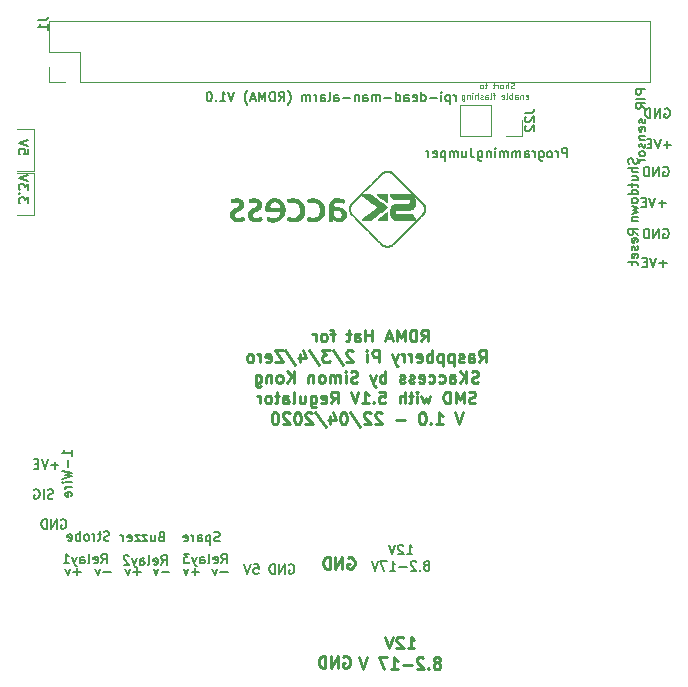
<source format=gbo>
G04 #@! TF.GenerationSoftware,KiCad,Pcbnew,(5.1.5)-3*
G04 #@! TF.CreationDate,2020-04-22T10:50:02+08:00*
G04 #@! TF.ProjectId,RDMA,52444d41-2e6b-4696-9361-645f70636258,1.0*
G04 #@! TF.SameCoordinates,Original*
G04 #@! TF.FileFunction,Legend,Bot*
G04 #@! TF.FilePolarity,Positive*
%FSLAX46Y46*%
G04 Gerber Fmt 4.6, Leading zero omitted, Abs format (unit mm)*
G04 Created by KiCad (PCBNEW (5.1.5)-3) date 2020-04-22 10:50:02*
%MOMM*%
%LPD*%
G04 APERTURE LIST*
%ADD10C,0.200000*%
%ADD11C,0.120000*%
%ADD12C,0.250000*%
%ADD13C,0.125000*%
%ADD14C,0.010000*%
%ADD15C,0.150000*%
G04 APERTURE END LIST*
D10*
X113239357Y-97923309D02*
X113125071Y-97961404D01*
X112934595Y-97961404D01*
X112858404Y-97923309D01*
X112820309Y-97885214D01*
X112782214Y-97809023D01*
X112782214Y-97732833D01*
X112820309Y-97656642D01*
X112858404Y-97618547D01*
X112934595Y-97580452D01*
X113086976Y-97542357D01*
X113163166Y-97504261D01*
X113201261Y-97466166D01*
X113239357Y-97389976D01*
X113239357Y-97313785D01*
X113201261Y-97237595D01*
X113163166Y-97199500D01*
X113086976Y-97161404D01*
X112896500Y-97161404D01*
X112782214Y-97199500D01*
X112439357Y-97428071D02*
X112439357Y-98228071D01*
X112439357Y-97466166D02*
X112363166Y-97428071D01*
X112210785Y-97428071D01*
X112134595Y-97466166D01*
X112096500Y-97504261D01*
X112058404Y-97580452D01*
X112058404Y-97809023D01*
X112096500Y-97885214D01*
X112134595Y-97923309D01*
X112210785Y-97961404D01*
X112363166Y-97961404D01*
X112439357Y-97923309D01*
X111372690Y-97961404D02*
X111372690Y-97542357D01*
X111410785Y-97466166D01*
X111486976Y-97428071D01*
X111639357Y-97428071D01*
X111715547Y-97466166D01*
X111372690Y-97923309D02*
X111448880Y-97961404D01*
X111639357Y-97961404D01*
X111715547Y-97923309D01*
X111753642Y-97847119D01*
X111753642Y-97770928D01*
X111715547Y-97694738D01*
X111639357Y-97656642D01*
X111448880Y-97656642D01*
X111372690Y-97618547D01*
X110991738Y-97961404D02*
X110991738Y-97428071D01*
X110991738Y-97580452D02*
X110953642Y-97504261D01*
X110915547Y-97466166D01*
X110839357Y-97428071D01*
X110763166Y-97428071D01*
X110191738Y-97923309D02*
X110267928Y-97961404D01*
X110420309Y-97961404D01*
X110496500Y-97923309D01*
X110534595Y-97847119D01*
X110534595Y-97542357D01*
X110496500Y-97466166D01*
X110420309Y-97428071D01*
X110267928Y-97428071D01*
X110191738Y-97466166D01*
X110153642Y-97542357D01*
X110153642Y-97618547D01*
X110534595Y-97694738D01*
X108286357Y-97542357D02*
X108172071Y-97580452D01*
X108133976Y-97618547D01*
X108095880Y-97694738D01*
X108095880Y-97809023D01*
X108133976Y-97885214D01*
X108172071Y-97923309D01*
X108248261Y-97961404D01*
X108553023Y-97961404D01*
X108553023Y-97161404D01*
X108286357Y-97161404D01*
X108210166Y-97199500D01*
X108172071Y-97237595D01*
X108133976Y-97313785D01*
X108133976Y-97389976D01*
X108172071Y-97466166D01*
X108210166Y-97504261D01*
X108286357Y-97542357D01*
X108553023Y-97542357D01*
X107410166Y-97428071D02*
X107410166Y-97961404D01*
X107753023Y-97428071D02*
X107753023Y-97847119D01*
X107714928Y-97923309D01*
X107638738Y-97961404D01*
X107524452Y-97961404D01*
X107448261Y-97923309D01*
X107410166Y-97885214D01*
X107105404Y-97428071D02*
X106686357Y-97428071D01*
X107105404Y-97961404D01*
X106686357Y-97961404D01*
X106457785Y-97428071D02*
X106038738Y-97428071D01*
X106457785Y-97961404D01*
X106038738Y-97961404D01*
X105429214Y-97923309D02*
X105505404Y-97961404D01*
X105657785Y-97961404D01*
X105733976Y-97923309D01*
X105772071Y-97847119D01*
X105772071Y-97542357D01*
X105733976Y-97466166D01*
X105657785Y-97428071D01*
X105505404Y-97428071D01*
X105429214Y-97466166D01*
X105391119Y-97542357D01*
X105391119Y-97618547D01*
X105772071Y-97694738D01*
X105048261Y-97961404D02*
X105048261Y-97428071D01*
X105048261Y-97580452D02*
X105010166Y-97504261D01*
X104972071Y-97466166D01*
X104895880Y-97428071D01*
X104819690Y-97428071D01*
X103879428Y-97859809D02*
X103765142Y-97897904D01*
X103574666Y-97897904D01*
X103498476Y-97859809D01*
X103460380Y-97821714D01*
X103422285Y-97745523D01*
X103422285Y-97669333D01*
X103460380Y-97593142D01*
X103498476Y-97555047D01*
X103574666Y-97516952D01*
X103727047Y-97478857D01*
X103803238Y-97440761D01*
X103841333Y-97402666D01*
X103879428Y-97326476D01*
X103879428Y-97250285D01*
X103841333Y-97174095D01*
X103803238Y-97136000D01*
X103727047Y-97097904D01*
X103536571Y-97097904D01*
X103422285Y-97136000D01*
X103193714Y-97364571D02*
X102888952Y-97364571D01*
X103079428Y-97097904D02*
X103079428Y-97783619D01*
X103041333Y-97859809D01*
X102965142Y-97897904D01*
X102888952Y-97897904D01*
X102622285Y-97897904D02*
X102622285Y-97364571D01*
X102622285Y-97516952D02*
X102584190Y-97440761D01*
X102546095Y-97402666D01*
X102469904Y-97364571D01*
X102393714Y-97364571D01*
X102012761Y-97897904D02*
X102088952Y-97859809D01*
X102127047Y-97821714D01*
X102165142Y-97745523D01*
X102165142Y-97516952D01*
X102127047Y-97440761D01*
X102088952Y-97402666D01*
X102012761Y-97364571D01*
X101898476Y-97364571D01*
X101822285Y-97402666D01*
X101784190Y-97440761D01*
X101746095Y-97516952D01*
X101746095Y-97745523D01*
X101784190Y-97821714D01*
X101822285Y-97859809D01*
X101898476Y-97897904D01*
X102012761Y-97897904D01*
X101403238Y-97897904D02*
X101403238Y-97097904D01*
X101403238Y-97402666D02*
X101327047Y-97364571D01*
X101174666Y-97364571D01*
X101098476Y-97402666D01*
X101060380Y-97440761D01*
X101022285Y-97516952D01*
X101022285Y-97745523D01*
X101060380Y-97821714D01*
X101098476Y-97859809D01*
X101174666Y-97897904D01*
X101327047Y-97897904D01*
X101403238Y-97859809D01*
X100374666Y-97859809D02*
X100450857Y-97897904D01*
X100603238Y-97897904D01*
X100679428Y-97859809D01*
X100717523Y-97783619D01*
X100717523Y-97478857D01*
X100679428Y-97402666D01*
X100603238Y-97364571D01*
X100450857Y-97364571D01*
X100374666Y-97402666D01*
X100336571Y-97478857D01*
X100336571Y-97555047D01*
X100717523Y-97631238D01*
D11*
X97472500Y-70294500D02*
X96075500Y-70294500D01*
X96075500Y-66738500D02*
X97472500Y-66738500D01*
X97472500Y-66738500D02*
X97472500Y-70294500D01*
X96075500Y-63055500D02*
X97472500Y-63055500D01*
X97472500Y-63055500D02*
X97472500Y-66611500D01*
X97472500Y-66611500D02*
X96075500Y-66611500D01*
D10*
X97021595Y-64731880D02*
X97021595Y-65112833D01*
X96640642Y-65150928D01*
X96678738Y-65112833D01*
X96716833Y-65036642D01*
X96716833Y-64846166D01*
X96678738Y-64769976D01*
X96640642Y-64731880D01*
X96564452Y-64693785D01*
X96373976Y-64693785D01*
X96297785Y-64731880D01*
X96259690Y-64769976D01*
X96221595Y-64846166D01*
X96221595Y-65036642D01*
X96259690Y-65112833D01*
X96297785Y-65150928D01*
X97021595Y-64465214D02*
X96221595Y-64198547D01*
X97021595Y-63931880D01*
X97021595Y-69316452D02*
X97021595Y-68821214D01*
X96716833Y-69087880D01*
X96716833Y-68973595D01*
X96678738Y-68897404D01*
X96640642Y-68859309D01*
X96564452Y-68821214D01*
X96373976Y-68821214D01*
X96297785Y-68859309D01*
X96259690Y-68897404D01*
X96221595Y-68973595D01*
X96221595Y-69202166D01*
X96259690Y-69278357D01*
X96297785Y-69316452D01*
X96297785Y-68478357D02*
X96259690Y-68440261D01*
X96221595Y-68478357D01*
X96259690Y-68516452D01*
X96297785Y-68478357D01*
X96221595Y-68478357D01*
X97021595Y-68173595D02*
X97021595Y-67678357D01*
X96716833Y-67945023D01*
X96716833Y-67830738D01*
X96678738Y-67754547D01*
X96640642Y-67716452D01*
X96564452Y-67678357D01*
X96373976Y-67678357D01*
X96297785Y-67716452D01*
X96259690Y-67754547D01*
X96221595Y-67830738D01*
X96221595Y-68059309D01*
X96259690Y-68135500D01*
X96297785Y-68173595D01*
X97021595Y-67449785D02*
X96221595Y-67183119D01*
X97021595Y-66916452D01*
X149269404Y-59671333D02*
X148469404Y-59671333D01*
X148469404Y-59976095D01*
X148507500Y-60052285D01*
X148545595Y-60090380D01*
X148621785Y-60128476D01*
X148736071Y-60128476D01*
X148812261Y-60090380D01*
X148850357Y-60052285D01*
X148888452Y-59976095D01*
X148888452Y-59671333D01*
X149269404Y-60471333D02*
X148469404Y-60471333D01*
X149269404Y-61309428D02*
X148888452Y-61042761D01*
X149269404Y-60852285D02*
X148469404Y-60852285D01*
X148469404Y-61157047D01*
X148507500Y-61233238D01*
X148545595Y-61271333D01*
X148621785Y-61309428D01*
X148736071Y-61309428D01*
X148812261Y-61271333D01*
X148850357Y-61233238D01*
X148888452Y-61157047D01*
X148888452Y-60852285D01*
X149231309Y-62223714D02*
X149269404Y-62299904D01*
X149269404Y-62452285D01*
X149231309Y-62528476D01*
X149155119Y-62566571D01*
X149117023Y-62566571D01*
X149040833Y-62528476D01*
X149002738Y-62452285D01*
X149002738Y-62338000D01*
X148964642Y-62261809D01*
X148888452Y-62223714D01*
X148850357Y-62223714D01*
X148774166Y-62261809D01*
X148736071Y-62338000D01*
X148736071Y-62452285D01*
X148774166Y-62528476D01*
X149231309Y-63214190D02*
X149269404Y-63138000D01*
X149269404Y-62985619D01*
X149231309Y-62909428D01*
X149155119Y-62871333D01*
X148850357Y-62871333D01*
X148774166Y-62909428D01*
X148736071Y-62985619D01*
X148736071Y-63138000D01*
X148774166Y-63214190D01*
X148850357Y-63252285D01*
X148926547Y-63252285D01*
X149002738Y-62871333D01*
X148736071Y-63595142D02*
X149269404Y-63595142D01*
X148812261Y-63595142D02*
X148774166Y-63633238D01*
X148736071Y-63709428D01*
X148736071Y-63823714D01*
X148774166Y-63899904D01*
X148850357Y-63938000D01*
X149269404Y-63938000D01*
X149231309Y-64280857D02*
X149269404Y-64357047D01*
X149269404Y-64509428D01*
X149231309Y-64585619D01*
X149155119Y-64623714D01*
X149117023Y-64623714D01*
X149040833Y-64585619D01*
X149002738Y-64509428D01*
X149002738Y-64395142D01*
X148964642Y-64318952D01*
X148888452Y-64280857D01*
X148850357Y-64280857D01*
X148774166Y-64318952D01*
X148736071Y-64395142D01*
X148736071Y-64509428D01*
X148774166Y-64585619D01*
X149269404Y-65080857D02*
X149231309Y-65004666D01*
X149193214Y-64966571D01*
X149117023Y-64928476D01*
X148888452Y-64928476D01*
X148812261Y-64966571D01*
X148774166Y-65004666D01*
X148736071Y-65080857D01*
X148736071Y-65195142D01*
X148774166Y-65271333D01*
X148812261Y-65309428D01*
X148888452Y-65347523D01*
X149117023Y-65347523D01*
X149193214Y-65309428D01*
X149231309Y-65271333D01*
X149269404Y-65195142D01*
X149269404Y-65080857D01*
X149269404Y-65690380D02*
X148736071Y-65690380D01*
X148888452Y-65690380D02*
X148812261Y-65728476D01*
X148774166Y-65766571D01*
X148736071Y-65842761D01*
X148736071Y-65918952D01*
X113366380Y-99802904D02*
X113633047Y-99421952D01*
X113823523Y-99802904D02*
X113823523Y-99002904D01*
X113518761Y-99002904D01*
X113442571Y-99041000D01*
X113404476Y-99079095D01*
X113366380Y-99155285D01*
X113366380Y-99269571D01*
X113404476Y-99345761D01*
X113442571Y-99383857D01*
X113518761Y-99421952D01*
X113823523Y-99421952D01*
X112718761Y-99764809D02*
X112794952Y-99802904D01*
X112947333Y-99802904D01*
X113023523Y-99764809D01*
X113061619Y-99688619D01*
X113061619Y-99383857D01*
X113023523Y-99307666D01*
X112947333Y-99269571D01*
X112794952Y-99269571D01*
X112718761Y-99307666D01*
X112680666Y-99383857D01*
X112680666Y-99460047D01*
X113061619Y-99536238D01*
X112223523Y-99802904D02*
X112299714Y-99764809D01*
X112337809Y-99688619D01*
X112337809Y-99002904D01*
X111575904Y-99802904D02*
X111575904Y-99383857D01*
X111614000Y-99307666D01*
X111690190Y-99269571D01*
X111842571Y-99269571D01*
X111918761Y-99307666D01*
X111575904Y-99764809D02*
X111652095Y-99802904D01*
X111842571Y-99802904D01*
X111918761Y-99764809D01*
X111956857Y-99688619D01*
X111956857Y-99612428D01*
X111918761Y-99536238D01*
X111842571Y-99498142D01*
X111652095Y-99498142D01*
X111575904Y-99460047D01*
X111271142Y-99269571D02*
X111080666Y-99802904D01*
X110890190Y-99269571D02*
X111080666Y-99802904D01*
X111156857Y-99993380D01*
X111194952Y-100031476D01*
X111271142Y-100069571D01*
X110661619Y-99002904D02*
X110166380Y-99002904D01*
X110433047Y-99307666D01*
X110318761Y-99307666D01*
X110242571Y-99345761D01*
X110204476Y-99383857D01*
X110166380Y-99460047D01*
X110166380Y-99650523D01*
X110204476Y-99726714D01*
X110242571Y-99764809D01*
X110318761Y-99802904D01*
X110547333Y-99802904D01*
X110623523Y-99764809D01*
X110661619Y-99726714D01*
X133215333Y-60686904D02*
X133215333Y-60153571D01*
X133215333Y-60305952D02*
X133177238Y-60229761D01*
X133139142Y-60191666D01*
X133062952Y-60153571D01*
X132986761Y-60153571D01*
X132720095Y-60153571D02*
X132720095Y-60953571D01*
X132720095Y-60191666D02*
X132643904Y-60153571D01*
X132491523Y-60153571D01*
X132415333Y-60191666D01*
X132377238Y-60229761D01*
X132339142Y-60305952D01*
X132339142Y-60534523D01*
X132377238Y-60610714D01*
X132415333Y-60648809D01*
X132491523Y-60686904D01*
X132643904Y-60686904D01*
X132720095Y-60648809D01*
X131996285Y-60686904D02*
X131996285Y-60153571D01*
X131996285Y-59886904D02*
X132034380Y-59925000D01*
X131996285Y-59963095D01*
X131958190Y-59925000D01*
X131996285Y-59886904D01*
X131996285Y-59963095D01*
X131615333Y-60382142D02*
X131005809Y-60382142D01*
X130282000Y-60686904D02*
X130282000Y-59886904D01*
X130282000Y-60648809D02*
X130358190Y-60686904D01*
X130510571Y-60686904D01*
X130586761Y-60648809D01*
X130624857Y-60610714D01*
X130662952Y-60534523D01*
X130662952Y-60305952D01*
X130624857Y-60229761D01*
X130586761Y-60191666D01*
X130510571Y-60153571D01*
X130358190Y-60153571D01*
X130282000Y-60191666D01*
X129596285Y-60648809D02*
X129672476Y-60686904D01*
X129824857Y-60686904D01*
X129901047Y-60648809D01*
X129939142Y-60572619D01*
X129939142Y-60267857D01*
X129901047Y-60191666D01*
X129824857Y-60153571D01*
X129672476Y-60153571D01*
X129596285Y-60191666D01*
X129558190Y-60267857D01*
X129558190Y-60344047D01*
X129939142Y-60420238D01*
X128872476Y-60686904D02*
X128872476Y-60267857D01*
X128910571Y-60191666D01*
X128986761Y-60153571D01*
X129139142Y-60153571D01*
X129215333Y-60191666D01*
X128872476Y-60648809D02*
X128948666Y-60686904D01*
X129139142Y-60686904D01*
X129215333Y-60648809D01*
X129253428Y-60572619D01*
X129253428Y-60496428D01*
X129215333Y-60420238D01*
X129139142Y-60382142D01*
X128948666Y-60382142D01*
X128872476Y-60344047D01*
X128148666Y-60686904D02*
X128148666Y-59886904D01*
X128148666Y-60648809D02*
X128224857Y-60686904D01*
X128377238Y-60686904D01*
X128453428Y-60648809D01*
X128491523Y-60610714D01*
X128529619Y-60534523D01*
X128529619Y-60305952D01*
X128491523Y-60229761D01*
X128453428Y-60191666D01*
X128377238Y-60153571D01*
X128224857Y-60153571D01*
X128148666Y-60191666D01*
X127767714Y-60382142D02*
X127158190Y-60382142D01*
X126777238Y-60686904D02*
X126777238Y-60153571D01*
X126777238Y-60229761D02*
X126739142Y-60191666D01*
X126662952Y-60153571D01*
X126548666Y-60153571D01*
X126472476Y-60191666D01*
X126434380Y-60267857D01*
X126434380Y-60686904D01*
X126434380Y-60267857D02*
X126396285Y-60191666D01*
X126320095Y-60153571D01*
X126205809Y-60153571D01*
X126129619Y-60191666D01*
X126091523Y-60267857D01*
X126091523Y-60686904D01*
X125367714Y-60686904D02*
X125367714Y-60267857D01*
X125405809Y-60191666D01*
X125482000Y-60153571D01*
X125634380Y-60153571D01*
X125710571Y-60191666D01*
X125367714Y-60648809D02*
X125443904Y-60686904D01*
X125634380Y-60686904D01*
X125710571Y-60648809D01*
X125748666Y-60572619D01*
X125748666Y-60496428D01*
X125710571Y-60420238D01*
X125634380Y-60382142D01*
X125443904Y-60382142D01*
X125367714Y-60344047D01*
X124986761Y-60153571D02*
X124986761Y-60686904D01*
X124986761Y-60229761D02*
X124948666Y-60191666D01*
X124872476Y-60153571D01*
X124758190Y-60153571D01*
X124682000Y-60191666D01*
X124643904Y-60267857D01*
X124643904Y-60686904D01*
X124262952Y-60382142D02*
X123653428Y-60382142D01*
X122929619Y-60686904D02*
X122929619Y-60267857D01*
X122967714Y-60191666D01*
X123043904Y-60153571D01*
X123196285Y-60153571D01*
X123272476Y-60191666D01*
X122929619Y-60648809D02*
X123005809Y-60686904D01*
X123196285Y-60686904D01*
X123272476Y-60648809D01*
X123310571Y-60572619D01*
X123310571Y-60496428D01*
X123272476Y-60420238D01*
X123196285Y-60382142D01*
X123005809Y-60382142D01*
X122929619Y-60344047D01*
X122434380Y-60686904D02*
X122510571Y-60648809D01*
X122548666Y-60572619D01*
X122548666Y-59886904D01*
X121786761Y-60686904D02*
X121786761Y-60267857D01*
X121824857Y-60191666D01*
X121901047Y-60153571D01*
X122053428Y-60153571D01*
X122129619Y-60191666D01*
X121786761Y-60648809D02*
X121862952Y-60686904D01*
X122053428Y-60686904D01*
X122129619Y-60648809D01*
X122167714Y-60572619D01*
X122167714Y-60496428D01*
X122129619Y-60420238D01*
X122053428Y-60382142D01*
X121862952Y-60382142D01*
X121786761Y-60344047D01*
X121405809Y-60686904D02*
X121405809Y-60153571D01*
X121405809Y-60305952D02*
X121367714Y-60229761D01*
X121329619Y-60191666D01*
X121253428Y-60153571D01*
X121177238Y-60153571D01*
X120910571Y-60686904D02*
X120910571Y-60153571D01*
X120910571Y-60229761D02*
X120872476Y-60191666D01*
X120796285Y-60153571D01*
X120682000Y-60153571D01*
X120605809Y-60191666D01*
X120567714Y-60267857D01*
X120567714Y-60686904D01*
X120567714Y-60267857D02*
X120529619Y-60191666D01*
X120453428Y-60153571D01*
X120339142Y-60153571D01*
X120262952Y-60191666D01*
X120224857Y-60267857D01*
X120224857Y-60686904D01*
X119005809Y-60991666D02*
X119043904Y-60953571D01*
X119120095Y-60839285D01*
X119158190Y-60763095D01*
X119196285Y-60648809D01*
X119234380Y-60458333D01*
X119234380Y-60305952D01*
X119196285Y-60115476D01*
X119158190Y-60001190D01*
X119120095Y-59925000D01*
X119043904Y-59810714D01*
X119005809Y-59772619D01*
X118243904Y-60686904D02*
X118510571Y-60305952D01*
X118701047Y-60686904D02*
X118701047Y-59886904D01*
X118396285Y-59886904D01*
X118320095Y-59925000D01*
X118282000Y-59963095D01*
X118243904Y-60039285D01*
X118243904Y-60153571D01*
X118282000Y-60229761D01*
X118320095Y-60267857D01*
X118396285Y-60305952D01*
X118701047Y-60305952D01*
X117901047Y-60686904D02*
X117901047Y-59886904D01*
X117710571Y-59886904D01*
X117596285Y-59925000D01*
X117520095Y-60001190D01*
X117482000Y-60077380D01*
X117443904Y-60229761D01*
X117443904Y-60344047D01*
X117482000Y-60496428D01*
X117520095Y-60572619D01*
X117596285Y-60648809D01*
X117710571Y-60686904D01*
X117901047Y-60686904D01*
X117101047Y-60686904D02*
X117101047Y-59886904D01*
X116834380Y-60458333D01*
X116567714Y-59886904D01*
X116567714Y-60686904D01*
X116224857Y-60458333D02*
X115843904Y-60458333D01*
X116301047Y-60686904D02*
X116034380Y-59886904D01*
X115767714Y-60686904D01*
X115577238Y-60991666D02*
X115539142Y-60953571D01*
X115462952Y-60839285D01*
X115424857Y-60763095D01*
X115386761Y-60648809D01*
X115348666Y-60458333D01*
X115348666Y-60305952D01*
X115386761Y-60115476D01*
X115424857Y-60001190D01*
X115462952Y-59925000D01*
X115539142Y-59810714D01*
X115577238Y-59772619D01*
X114472476Y-59886904D02*
X114205809Y-60686904D01*
X113939142Y-59886904D01*
X113253428Y-60686904D02*
X113710571Y-60686904D01*
X113482000Y-60686904D02*
X113482000Y-59886904D01*
X113558190Y-60001190D01*
X113634380Y-60077380D01*
X113710571Y-60115476D01*
X112910571Y-60610714D02*
X112872476Y-60648809D01*
X112910571Y-60686904D01*
X112948666Y-60648809D01*
X112910571Y-60610714D01*
X112910571Y-60686904D01*
X112377238Y-59886904D02*
X112301047Y-59886904D01*
X112224857Y-59925000D01*
X112186761Y-59963095D01*
X112148666Y-60039285D01*
X112110571Y-60191666D01*
X112110571Y-60382142D01*
X112148666Y-60534523D01*
X112186761Y-60610714D01*
X112224857Y-60648809D01*
X112301047Y-60686904D01*
X112377238Y-60686904D01*
X112453428Y-60648809D01*
X112491523Y-60610714D01*
X112529619Y-60534523D01*
X112567714Y-60382142D01*
X112567714Y-60191666D01*
X112529619Y-60039285D01*
X112491523Y-59963095D01*
X112453428Y-59925000D01*
X112377238Y-59886904D01*
X148634404Y-71971023D02*
X148253452Y-71704357D01*
X148634404Y-71513880D02*
X147834404Y-71513880D01*
X147834404Y-71818642D01*
X147872500Y-71894833D01*
X147910595Y-71932928D01*
X147986785Y-71971023D01*
X148101071Y-71971023D01*
X148177261Y-71932928D01*
X148215357Y-71894833D01*
X148253452Y-71818642D01*
X148253452Y-71513880D01*
X148596309Y-72618642D02*
X148634404Y-72542452D01*
X148634404Y-72390071D01*
X148596309Y-72313880D01*
X148520119Y-72275785D01*
X148215357Y-72275785D01*
X148139166Y-72313880D01*
X148101071Y-72390071D01*
X148101071Y-72542452D01*
X148139166Y-72618642D01*
X148215357Y-72656738D01*
X148291547Y-72656738D01*
X148367738Y-72275785D01*
X148596309Y-72961500D02*
X148634404Y-73037690D01*
X148634404Y-73190071D01*
X148596309Y-73266261D01*
X148520119Y-73304357D01*
X148482023Y-73304357D01*
X148405833Y-73266261D01*
X148367738Y-73190071D01*
X148367738Y-73075785D01*
X148329642Y-72999595D01*
X148253452Y-72961500D01*
X148215357Y-72961500D01*
X148139166Y-72999595D01*
X148101071Y-73075785D01*
X148101071Y-73190071D01*
X148139166Y-73266261D01*
X148596309Y-73951976D02*
X148634404Y-73875785D01*
X148634404Y-73723404D01*
X148596309Y-73647214D01*
X148520119Y-73609119D01*
X148215357Y-73609119D01*
X148139166Y-73647214D01*
X148101071Y-73723404D01*
X148101071Y-73875785D01*
X148139166Y-73951976D01*
X148215357Y-73990071D01*
X148291547Y-73990071D01*
X148367738Y-73609119D01*
X148101071Y-74218642D02*
X148101071Y-74523404D01*
X147834404Y-74332928D02*
X148520119Y-74332928D01*
X148596309Y-74371023D01*
X148634404Y-74447214D01*
X148634404Y-74523404D01*
X148596309Y-65513285D02*
X148634404Y-65627571D01*
X148634404Y-65818047D01*
X148596309Y-65894238D01*
X148558214Y-65932333D01*
X148482023Y-65970428D01*
X148405833Y-65970428D01*
X148329642Y-65932333D01*
X148291547Y-65894238D01*
X148253452Y-65818047D01*
X148215357Y-65665666D01*
X148177261Y-65589476D01*
X148139166Y-65551380D01*
X148062976Y-65513285D01*
X147986785Y-65513285D01*
X147910595Y-65551380D01*
X147872500Y-65589476D01*
X147834404Y-65665666D01*
X147834404Y-65856142D01*
X147872500Y-65970428D01*
X148634404Y-66313285D02*
X147834404Y-66313285D01*
X148634404Y-66656142D02*
X148215357Y-66656142D01*
X148139166Y-66618047D01*
X148101071Y-66541857D01*
X148101071Y-66427571D01*
X148139166Y-66351380D01*
X148177261Y-66313285D01*
X148101071Y-67379952D02*
X148634404Y-67379952D01*
X148101071Y-67037095D02*
X148520119Y-67037095D01*
X148596309Y-67075190D01*
X148634404Y-67151380D01*
X148634404Y-67265666D01*
X148596309Y-67341857D01*
X148558214Y-67379952D01*
X148101071Y-67646619D02*
X148101071Y-67951380D01*
X147834404Y-67760904D02*
X148520119Y-67760904D01*
X148596309Y-67799000D01*
X148634404Y-67875190D01*
X148634404Y-67951380D01*
X148634404Y-68560904D02*
X147834404Y-68560904D01*
X148596309Y-68560904D02*
X148634404Y-68484714D01*
X148634404Y-68332333D01*
X148596309Y-68256142D01*
X148558214Y-68218047D01*
X148482023Y-68179952D01*
X148253452Y-68179952D01*
X148177261Y-68218047D01*
X148139166Y-68256142D01*
X148101071Y-68332333D01*
X148101071Y-68484714D01*
X148139166Y-68560904D01*
X148634404Y-69056142D02*
X148596309Y-68979952D01*
X148558214Y-68941857D01*
X148482023Y-68903761D01*
X148253452Y-68903761D01*
X148177261Y-68941857D01*
X148139166Y-68979952D01*
X148101071Y-69056142D01*
X148101071Y-69170428D01*
X148139166Y-69246619D01*
X148177261Y-69284714D01*
X148253452Y-69322809D01*
X148482023Y-69322809D01*
X148558214Y-69284714D01*
X148596309Y-69246619D01*
X148634404Y-69170428D01*
X148634404Y-69056142D01*
X148101071Y-69589476D02*
X148634404Y-69741857D01*
X148253452Y-69894238D01*
X148634404Y-70046619D01*
X148101071Y-70199000D01*
X148101071Y-70503761D02*
X148634404Y-70503761D01*
X148177261Y-70503761D02*
X148139166Y-70541857D01*
X148101071Y-70618047D01*
X148101071Y-70732333D01*
X148139166Y-70808523D01*
X148215357Y-70846619D01*
X148634404Y-70846619D01*
X151060023Y-74415642D02*
X150450500Y-74415642D01*
X150755261Y-74720404D02*
X150755261Y-74110880D01*
X150183833Y-73920404D02*
X149917166Y-74720404D01*
X149650500Y-73920404D01*
X149383833Y-74301357D02*
X149117166Y-74301357D01*
X149002880Y-74720404D02*
X149383833Y-74720404D01*
X149383833Y-73920404D01*
X149002880Y-73920404D01*
X150996523Y-69335642D02*
X150387000Y-69335642D01*
X150691761Y-69640404D02*
X150691761Y-69030880D01*
X150120333Y-68840404D02*
X149853666Y-69640404D01*
X149587000Y-68840404D01*
X149320333Y-69221357D02*
X149053666Y-69221357D01*
X148939380Y-69640404D02*
X149320333Y-69640404D01*
X149320333Y-68840404D01*
X148939380Y-68840404D01*
X150787023Y-66275000D02*
X150863214Y-66236904D01*
X150977500Y-66236904D01*
X151091785Y-66275000D01*
X151167976Y-66351190D01*
X151206071Y-66427380D01*
X151244166Y-66579761D01*
X151244166Y-66694047D01*
X151206071Y-66846428D01*
X151167976Y-66922619D01*
X151091785Y-66998809D01*
X150977500Y-67036904D01*
X150901309Y-67036904D01*
X150787023Y-66998809D01*
X150748928Y-66960714D01*
X150748928Y-66694047D01*
X150901309Y-66694047D01*
X150406071Y-67036904D02*
X150406071Y-66236904D01*
X149948928Y-67036904D01*
X149948928Y-66236904D01*
X149567976Y-67036904D02*
X149567976Y-66236904D01*
X149377500Y-66236904D01*
X149263214Y-66275000D01*
X149187023Y-66351190D01*
X149148928Y-66427380D01*
X149110833Y-66579761D01*
X149110833Y-66694047D01*
X149148928Y-66846428D01*
X149187023Y-66922619D01*
X149263214Y-66998809D01*
X149377500Y-67036904D01*
X149567976Y-67036904D01*
X151441023Y-64382642D02*
X150831500Y-64382642D01*
X151136261Y-64687404D02*
X151136261Y-64077880D01*
X150564833Y-63887404D02*
X150298166Y-64687404D01*
X150031500Y-63887404D01*
X149764833Y-64268357D02*
X149498166Y-64268357D01*
X149383880Y-64687404D02*
X149764833Y-64687404D01*
X149764833Y-63887404D01*
X149383880Y-63887404D01*
X150787023Y-71545500D02*
X150863214Y-71507404D01*
X150977500Y-71507404D01*
X151091785Y-71545500D01*
X151167976Y-71621690D01*
X151206071Y-71697880D01*
X151244166Y-71850261D01*
X151244166Y-71964547D01*
X151206071Y-72116928D01*
X151167976Y-72193119D01*
X151091785Y-72269309D01*
X150977500Y-72307404D01*
X150901309Y-72307404D01*
X150787023Y-72269309D01*
X150748928Y-72231214D01*
X150748928Y-71964547D01*
X150901309Y-71964547D01*
X150406071Y-72307404D02*
X150406071Y-71507404D01*
X149948928Y-72307404D01*
X149948928Y-71507404D01*
X149567976Y-72307404D02*
X149567976Y-71507404D01*
X149377500Y-71507404D01*
X149263214Y-71545500D01*
X149187023Y-71621690D01*
X149148928Y-71697880D01*
X149110833Y-71850261D01*
X149110833Y-71964547D01*
X149148928Y-72116928D01*
X149187023Y-72193119D01*
X149263214Y-72269309D01*
X149377500Y-72307404D01*
X149567976Y-72307404D01*
X150914023Y-61322000D02*
X150990214Y-61283904D01*
X151104500Y-61283904D01*
X151218785Y-61322000D01*
X151294976Y-61398190D01*
X151333071Y-61474380D01*
X151371166Y-61626761D01*
X151371166Y-61741047D01*
X151333071Y-61893428D01*
X151294976Y-61969619D01*
X151218785Y-62045809D01*
X151104500Y-62083904D01*
X151028309Y-62083904D01*
X150914023Y-62045809D01*
X150875928Y-62007714D01*
X150875928Y-61741047D01*
X151028309Y-61741047D01*
X150533071Y-62083904D02*
X150533071Y-61283904D01*
X150075928Y-62083904D01*
X150075928Y-61283904D01*
X149694976Y-62083904D02*
X149694976Y-61283904D01*
X149504500Y-61283904D01*
X149390214Y-61322000D01*
X149314023Y-61398190D01*
X149275928Y-61474380D01*
X149237833Y-61626761D01*
X149237833Y-61741047D01*
X149275928Y-61893428D01*
X149314023Y-61969619D01*
X149390214Y-62045809D01*
X149504500Y-62083904D01*
X149694976Y-62083904D01*
X129082738Y-99039404D02*
X129539880Y-99039404D01*
X129311309Y-99039404D02*
X129311309Y-98239404D01*
X129387500Y-98353690D01*
X129463690Y-98429880D01*
X129539880Y-98467976D01*
X128777976Y-98315595D02*
X128739880Y-98277500D01*
X128663690Y-98239404D01*
X128473214Y-98239404D01*
X128397023Y-98277500D01*
X128358928Y-98315595D01*
X128320833Y-98391785D01*
X128320833Y-98467976D01*
X128358928Y-98582261D01*
X128816071Y-99039404D01*
X128320833Y-99039404D01*
X128092261Y-98239404D02*
X127825595Y-99039404D01*
X127558928Y-98239404D01*
X130835119Y-99982261D02*
X130911309Y-99944166D01*
X130949404Y-99906071D01*
X130987500Y-99829880D01*
X130987500Y-99791785D01*
X130949404Y-99715595D01*
X130911309Y-99677500D01*
X130835119Y-99639404D01*
X130682738Y-99639404D01*
X130606547Y-99677500D01*
X130568452Y-99715595D01*
X130530357Y-99791785D01*
X130530357Y-99829880D01*
X130568452Y-99906071D01*
X130606547Y-99944166D01*
X130682738Y-99982261D01*
X130835119Y-99982261D01*
X130911309Y-100020357D01*
X130949404Y-100058452D01*
X130987500Y-100134642D01*
X130987500Y-100287023D01*
X130949404Y-100363214D01*
X130911309Y-100401309D01*
X130835119Y-100439404D01*
X130682738Y-100439404D01*
X130606547Y-100401309D01*
X130568452Y-100363214D01*
X130530357Y-100287023D01*
X130530357Y-100134642D01*
X130568452Y-100058452D01*
X130606547Y-100020357D01*
X130682738Y-99982261D01*
X130187500Y-100363214D02*
X130149404Y-100401309D01*
X130187500Y-100439404D01*
X130225595Y-100401309D01*
X130187500Y-100363214D01*
X130187500Y-100439404D01*
X129844642Y-99715595D02*
X129806547Y-99677500D01*
X129730357Y-99639404D01*
X129539880Y-99639404D01*
X129463690Y-99677500D01*
X129425595Y-99715595D01*
X129387500Y-99791785D01*
X129387500Y-99867976D01*
X129425595Y-99982261D01*
X129882738Y-100439404D01*
X129387500Y-100439404D01*
X129044642Y-100134642D02*
X128435119Y-100134642D01*
X127635119Y-100439404D02*
X128092261Y-100439404D01*
X127863690Y-100439404D02*
X127863690Y-99639404D01*
X127939880Y-99753690D01*
X128016071Y-99829880D01*
X128092261Y-99867976D01*
X127368452Y-99639404D02*
X126835119Y-99639404D01*
X127177976Y-100439404D01*
X126644642Y-99639404D02*
X126377976Y-100439404D01*
X126111309Y-99639404D01*
D12*
X124078904Y-99322000D02*
X124174142Y-99274380D01*
X124317000Y-99274380D01*
X124459857Y-99322000D01*
X124555095Y-99417238D01*
X124602714Y-99512476D01*
X124650333Y-99702952D01*
X124650333Y-99845809D01*
X124602714Y-100036285D01*
X124555095Y-100131523D01*
X124459857Y-100226761D01*
X124317000Y-100274380D01*
X124221761Y-100274380D01*
X124078904Y-100226761D01*
X124031285Y-100179142D01*
X124031285Y-99845809D01*
X124221761Y-99845809D01*
X123602714Y-100274380D02*
X123602714Y-99274380D01*
X123031285Y-100274380D01*
X123031285Y-99274380D01*
X122555095Y-100274380D02*
X122555095Y-99274380D01*
X122317000Y-99274380D01*
X122174142Y-99322000D01*
X122078904Y-99417238D01*
X122031285Y-99512476D01*
X121983666Y-99702952D01*
X121983666Y-99845809D01*
X122031285Y-100036285D01*
X122078904Y-100131523D01*
X122174142Y-100226761D01*
X122317000Y-100274380D01*
X122555095Y-100274380D01*
D10*
X119100523Y-99930000D02*
X119176714Y-99891904D01*
X119291000Y-99891904D01*
X119405285Y-99930000D01*
X119481476Y-100006190D01*
X119519571Y-100082380D01*
X119557666Y-100234761D01*
X119557666Y-100349047D01*
X119519571Y-100501428D01*
X119481476Y-100577619D01*
X119405285Y-100653809D01*
X119291000Y-100691904D01*
X119214809Y-100691904D01*
X119100523Y-100653809D01*
X119062428Y-100615714D01*
X119062428Y-100349047D01*
X119214809Y-100349047D01*
X118719571Y-100691904D02*
X118719571Y-99891904D01*
X118262428Y-100691904D01*
X118262428Y-99891904D01*
X117881476Y-100691904D02*
X117881476Y-99891904D01*
X117691000Y-99891904D01*
X117576714Y-99930000D01*
X117500523Y-100006190D01*
X117462428Y-100082380D01*
X117424333Y-100234761D01*
X117424333Y-100349047D01*
X117462428Y-100501428D01*
X117500523Y-100577619D01*
X117576714Y-100653809D01*
X117691000Y-100691904D01*
X117881476Y-100691904D01*
X116103380Y-99891904D02*
X116484333Y-99891904D01*
X116522428Y-100272857D01*
X116484333Y-100234761D01*
X116408142Y-100196666D01*
X116217666Y-100196666D01*
X116141476Y-100234761D01*
X116103380Y-100272857D01*
X116065285Y-100349047D01*
X116065285Y-100539523D01*
X116103380Y-100615714D01*
X116141476Y-100653809D01*
X116217666Y-100691904D01*
X116408142Y-100691904D01*
X116484333Y-100653809D01*
X116522428Y-100615714D01*
X115836714Y-99891904D02*
X115570047Y-100691904D01*
X115303380Y-99891904D01*
X108286380Y-99929904D02*
X108553047Y-99548952D01*
X108743523Y-99929904D02*
X108743523Y-99129904D01*
X108438761Y-99129904D01*
X108362571Y-99168000D01*
X108324476Y-99206095D01*
X108286380Y-99282285D01*
X108286380Y-99396571D01*
X108324476Y-99472761D01*
X108362571Y-99510857D01*
X108438761Y-99548952D01*
X108743523Y-99548952D01*
X107638761Y-99891809D02*
X107714952Y-99929904D01*
X107867333Y-99929904D01*
X107943523Y-99891809D01*
X107981619Y-99815619D01*
X107981619Y-99510857D01*
X107943523Y-99434666D01*
X107867333Y-99396571D01*
X107714952Y-99396571D01*
X107638761Y-99434666D01*
X107600666Y-99510857D01*
X107600666Y-99587047D01*
X107981619Y-99663238D01*
X107143523Y-99929904D02*
X107219714Y-99891809D01*
X107257809Y-99815619D01*
X107257809Y-99129904D01*
X106495904Y-99929904D02*
X106495904Y-99510857D01*
X106534000Y-99434666D01*
X106610190Y-99396571D01*
X106762571Y-99396571D01*
X106838761Y-99434666D01*
X106495904Y-99891809D02*
X106572095Y-99929904D01*
X106762571Y-99929904D01*
X106838761Y-99891809D01*
X106876857Y-99815619D01*
X106876857Y-99739428D01*
X106838761Y-99663238D01*
X106762571Y-99625142D01*
X106572095Y-99625142D01*
X106495904Y-99587047D01*
X106191142Y-99396571D02*
X106000666Y-99929904D01*
X105810190Y-99396571D02*
X106000666Y-99929904D01*
X106076857Y-100120380D01*
X106114952Y-100158476D01*
X106191142Y-100196571D01*
X105543523Y-99206095D02*
X105505428Y-99168000D01*
X105429238Y-99129904D01*
X105238761Y-99129904D01*
X105162571Y-99168000D01*
X105124476Y-99206095D01*
X105086380Y-99282285D01*
X105086380Y-99358476D01*
X105124476Y-99472761D01*
X105581619Y-99929904D01*
X105086380Y-99929904D01*
X113893523Y-100514142D02*
X113284000Y-100514142D01*
X112979238Y-100285571D02*
X112788761Y-100818904D01*
X112598285Y-100285571D01*
X108940523Y-100514142D02*
X108331000Y-100514142D01*
X108026238Y-100285571D02*
X107835761Y-100818904D01*
X107645285Y-100285571D01*
X103987523Y-100514142D02*
X103378000Y-100514142D01*
X103073238Y-100285571D02*
X102882761Y-100818904D01*
X102692285Y-100285571D01*
X111480523Y-100514142D02*
X110871000Y-100514142D01*
X111175761Y-100818904D02*
X111175761Y-100209380D01*
X110566238Y-100285571D02*
X110375761Y-100818904D01*
X110185285Y-100285571D01*
X106527523Y-100514142D02*
X105918000Y-100514142D01*
X106222761Y-100818904D02*
X106222761Y-100209380D01*
X105613238Y-100285571D02*
X105422761Y-100818904D01*
X105232285Y-100285571D01*
X101447523Y-100514142D02*
X100838000Y-100514142D01*
X101142761Y-100818904D02*
X101142761Y-100209380D01*
X100533238Y-100285571D02*
X100342761Y-100818904D01*
X100152285Y-100285571D01*
X103206380Y-99802904D02*
X103473047Y-99421952D01*
X103663523Y-99802904D02*
X103663523Y-99002904D01*
X103358761Y-99002904D01*
X103282571Y-99041000D01*
X103244476Y-99079095D01*
X103206380Y-99155285D01*
X103206380Y-99269571D01*
X103244476Y-99345761D01*
X103282571Y-99383857D01*
X103358761Y-99421952D01*
X103663523Y-99421952D01*
X102558761Y-99764809D02*
X102634952Y-99802904D01*
X102787333Y-99802904D01*
X102863523Y-99764809D01*
X102901619Y-99688619D01*
X102901619Y-99383857D01*
X102863523Y-99307666D01*
X102787333Y-99269571D01*
X102634952Y-99269571D01*
X102558761Y-99307666D01*
X102520666Y-99383857D01*
X102520666Y-99460047D01*
X102901619Y-99536238D01*
X102063523Y-99802904D02*
X102139714Y-99764809D01*
X102177809Y-99688619D01*
X102177809Y-99002904D01*
X101415904Y-99802904D02*
X101415904Y-99383857D01*
X101454000Y-99307666D01*
X101530190Y-99269571D01*
X101682571Y-99269571D01*
X101758761Y-99307666D01*
X101415904Y-99764809D02*
X101492095Y-99802904D01*
X101682571Y-99802904D01*
X101758761Y-99764809D01*
X101796857Y-99688619D01*
X101796857Y-99612428D01*
X101758761Y-99536238D01*
X101682571Y-99498142D01*
X101492095Y-99498142D01*
X101415904Y-99460047D01*
X101111142Y-99269571D02*
X100920666Y-99802904D01*
X100730190Y-99269571D02*
X100920666Y-99802904D01*
X100996857Y-99993380D01*
X101034952Y-100031476D01*
X101111142Y-100069571D01*
X100006380Y-99802904D02*
X100463523Y-99802904D01*
X100234952Y-99802904D02*
X100234952Y-99002904D01*
X100311142Y-99117190D01*
X100387333Y-99193380D01*
X100463523Y-99231476D01*
X99796523Y-96120000D02*
X99872714Y-96081904D01*
X99987000Y-96081904D01*
X100101285Y-96120000D01*
X100177476Y-96196190D01*
X100215571Y-96272380D01*
X100253666Y-96424761D01*
X100253666Y-96539047D01*
X100215571Y-96691428D01*
X100177476Y-96767619D01*
X100101285Y-96843809D01*
X99987000Y-96881904D01*
X99910809Y-96881904D01*
X99796523Y-96843809D01*
X99758428Y-96805714D01*
X99758428Y-96539047D01*
X99910809Y-96539047D01*
X99415571Y-96881904D02*
X99415571Y-96081904D01*
X98958428Y-96881904D01*
X98958428Y-96081904D01*
X98577476Y-96881904D02*
X98577476Y-96081904D01*
X98387000Y-96081904D01*
X98272714Y-96120000D01*
X98196523Y-96196190D01*
X98158428Y-96272380D01*
X98120333Y-96424761D01*
X98120333Y-96539047D01*
X98158428Y-96691428D01*
X98196523Y-96767619D01*
X98272714Y-96843809D01*
X98387000Y-96881904D01*
X98577476Y-96881904D01*
X99561523Y-91497142D02*
X98952000Y-91497142D01*
X99256761Y-91801904D02*
X99256761Y-91192380D01*
X98685333Y-91001904D02*
X98418666Y-91801904D01*
X98152000Y-91001904D01*
X97885333Y-91382857D02*
X97618666Y-91382857D01*
X97504380Y-91801904D02*
X97885333Y-91801904D01*
X97885333Y-91001904D01*
X97504380Y-91001904D01*
X100691904Y-90697238D02*
X100691904Y-90240095D01*
X100691904Y-90468666D02*
X99891904Y-90468666D01*
X100006190Y-90392476D01*
X100082380Y-90316285D01*
X100120476Y-90240095D01*
X100387142Y-91040095D02*
X100387142Y-91649619D01*
X99891904Y-91954380D02*
X100691904Y-92144857D01*
X100120476Y-92297238D01*
X100691904Y-92449619D01*
X99891904Y-92640095D01*
X100691904Y-92944857D02*
X100158571Y-92944857D01*
X99891904Y-92944857D02*
X99930000Y-92906761D01*
X99968095Y-92944857D01*
X99930000Y-92982952D01*
X99891904Y-92944857D01*
X99968095Y-92944857D01*
X100691904Y-93325809D02*
X100158571Y-93325809D01*
X100310952Y-93325809D02*
X100234761Y-93363904D01*
X100196666Y-93402000D01*
X100158571Y-93478190D01*
X100158571Y-93554380D01*
X100653809Y-94125809D02*
X100691904Y-94049619D01*
X100691904Y-93897238D01*
X100653809Y-93821047D01*
X100577619Y-93782952D01*
X100272857Y-93782952D01*
X100196666Y-93821047D01*
X100158571Y-93897238D01*
X100158571Y-94049619D01*
X100196666Y-94125809D01*
X100272857Y-94163904D01*
X100349047Y-94163904D01*
X100425238Y-93782952D01*
X99117047Y-94303809D02*
X99002761Y-94341904D01*
X98812285Y-94341904D01*
X98736095Y-94303809D01*
X98698000Y-94265714D01*
X98659904Y-94189523D01*
X98659904Y-94113333D01*
X98698000Y-94037142D01*
X98736095Y-93999047D01*
X98812285Y-93960952D01*
X98964666Y-93922857D01*
X99040857Y-93884761D01*
X99078952Y-93846666D01*
X99117047Y-93770476D01*
X99117047Y-93694285D01*
X99078952Y-93618095D01*
X99040857Y-93580000D01*
X98964666Y-93541904D01*
X98774190Y-93541904D01*
X98659904Y-93580000D01*
X98317047Y-94341904D02*
X98317047Y-93541904D01*
X97517047Y-93580000D02*
X97593238Y-93541904D01*
X97707523Y-93541904D01*
X97821809Y-93580000D01*
X97898000Y-93656190D01*
X97936095Y-93732380D01*
X97974190Y-93884761D01*
X97974190Y-93999047D01*
X97936095Y-94151428D01*
X97898000Y-94227619D01*
X97821809Y-94303809D01*
X97707523Y-94341904D01*
X97631333Y-94341904D01*
X97517047Y-94303809D01*
X97478952Y-94265714D01*
X97478952Y-93999047D01*
X97631333Y-93999047D01*
D13*
X138167857Y-59581880D02*
X138096428Y-59605690D01*
X137977380Y-59605690D01*
X137929761Y-59581880D01*
X137905952Y-59558071D01*
X137882142Y-59510452D01*
X137882142Y-59462833D01*
X137905952Y-59415214D01*
X137929761Y-59391404D01*
X137977380Y-59367595D01*
X138072619Y-59343785D01*
X138120238Y-59319976D01*
X138144047Y-59296166D01*
X138167857Y-59248547D01*
X138167857Y-59200928D01*
X138144047Y-59153309D01*
X138120238Y-59129500D01*
X138072619Y-59105690D01*
X137953571Y-59105690D01*
X137882142Y-59129500D01*
X137667857Y-59605690D02*
X137667857Y-59105690D01*
X137453571Y-59605690D02*
X137453571Y-59343785D01*
X137477380Y-59296166D01*
X137525000Y-59272357D01*
X137596428Y-59272357D01*
X137644047Y-59296166D01*
X137667857Y-59319976D01*
X137144047Y-59605690D02*
X137191666Y-59581880D01*
X137215476Y-59558071D01*
X137239285Y-59510452D01*
X137239285Y-59367595D01*
X137215476Y-59319976D01*
X137191666Y-59296166D01*
X137144047Y-59272357D01*
X137072619Y-59272357D01*
X137025000Y-59296166D01*
X137001190Y-59319976D01*
X136977380Y-59367595D01*
X136977380Y-59510452D01*
X137001190Y-59558071D01*
X137025000Y-59581880D01*
X137072619Y-59605690D01*
X137144047Y-59605690D01*
X136763095Y-59605690D02*
X136763095Y-59272357D01*
X136763095Y-59367595D02*
X136739285Y-59319976D01*
X136715476Y-59296166D01*
X136667857Y-59272357D01*
X136620238Y-59272357D01*
X136525000Y-59272357D02*
X136334523Y-59272357D01*
X136453571Y-59105690D02*
X136453571Y-59534261D01*
X136429761Y-59581880D01*
X136382142Y-59605690D01*
X136334523Y-59605690D01*
X135858333Y-59272357D02*
X135667857Y-59272357D01*
X135786904Y-59105690D02*
X135786904Y-59534261D01*
X135763095Y-59581880D01*
X135715476Y-59605690D01*
X135667857Y-59605690D01*
X135429761Y-59605690D02*
X135477380Y-59581880D01*
X135501190Y-59558071D01*
X135525000Y-59510452D01*
X135525000Y-59367595D01*
X135501190Y-59319976D01*
X135477380Y-59296166D01*
X135429761Y-59272357D01*
X135358333Y-59272357D01*
X135310714Y-59296166D01*
X135286904Y-59319976D01*
X135263095Y-59367595D01*
X135263095Y-59510452D01*
X135286904Y-59558071D01*
X135310714Y-59581880D01*
X135358333Y-59605690D01*
X135429761Y-59605690D01*
X139144047Y-60456880D02*
X139191666Y-60480690D01*
X139286904Y-60480690D01*
X139334523Y-60456880D01*
X139358333Y-60409261D01*
X139358333Y-60218785D01*
X139334523Y-60171166D01*
X139286904Y-60147357D01*
X139191666Y-60147357D01*
X139144047Y-60171166D01*
X139120238Y-60218785D01*
X139120238Y-60266404D01*
X139358333Y-60314023D01*
X138905952Y-60147357D02*
X138905952Y-60480690D01*
X138905952Y-60194976D02*
X138882142Y-60171166D01*
X138834523Y-60147357D01*
X138763095Y-60147357D01*
X138715476Y-60171166D01*
X138691666Y-60218785D01*
X138691666Y-60480690D01*
X138239285Y-60480690D02*
X138239285Y-60218785D01*
X138263095Y-60171166D01*
X138310714Y-60147357D01*
X138405952Y-60147357D01*
X138453571Y-60171166D01*
X138239285Y-60456880D02*
X138286904Y-60480690D01*
X138405952Y-60480690D01*
X138453571Y-60456880D01*
X138477380Y-60409261D01*
X138477380Y-60361642D01*
X138453571Y-60314023D01*
X138405952Y-60290214D01*
X138286904Y-60290214D01*
X138239285Y-60266404D01*
X138001190Y-60480690D02*
X138001190Y-59980690D01*
X138001190Y-60171166D02*
X137953571Y-60147357D01*
X137858333Y-60147357D01*
X137810714Y-60171166D01*
X137786904Y-60194976D01*
X137763095Y-60242595D01*
X137763095Y-60385452D01*
X137786904Y-60433071D01*
X137810714Y-60456880D01*
X137858333Y-60480690D01*
X137953571Y-60480690D01*
X138001190Y-60456880D01*
X137477380Y-60480690D02*
X137525000Y-60456880D01*
X137548809Y-60409261D01*
X137548809Y-59980690D01*
X137096428Y-60456880D02*
X137144047Y-60480690D01*
X137239285Y-60480690D01*
X137286904Y-60456880D01*
X137310714Y-60409261D01*
X137310714Y-60218785D01*
X137286904Y-60171166D01*
X137239285Y-60147357D01*
X137144047Y-60147357D01*
X137096428Y-60171166D01*
X137072619Y-60218785D01*
X137072619Y-60266404D01*
X137310714Y-60314023D01*
X136548809Y-60147357D02*
X136358333Y-60147357D01*
X136477380Y-60480690D02*
X136477380Y-60052119D01*
X136453571Y-60004500D01*
X136405952Y-59980690D01*
X136358333Y-59980690D01*
X136120238Y-60480690D02*
X136167857Y-60456880D01*
X136191666Y-60409261D01*
X136191666Y-59980690D01*
X135715476Y-60480690D02*
X135715476Y-60218785D01*
X135739285Y-60171166D01*
X135786904Y-60147357D01*
X135882142Y-60147357D01*
X135929761Y-60171166D01*
X135715476Y-60456880D02*
X135763095Y-60480690D01*
X135882142Y-60480690D01*
X135929761Y-60456880D01*
X135953571Y-60409261D01*
X135953571Y-60361642D01*
X135929761Y-60314023D01*
X135882142Y-60290214D01*
X135763095Y-60290214D01*
X135715476Y-60266404D01*
X135501190Y-60456880D02*
X135453571Y-60480690D01*
X135358333Y-60480690D01*
X135310714Y-60456880D01*
X135286904Y-60409261D01*
X135286904Y-60385452D01*
X135310714Y-60337833D01*
X135358333Y-60314023D01*
X135429761Y-60314023D01*
X135477380Y-60290214D01*
X135501190Y-60242595D01*
X135501190Y-60218785D01*
X135477380Y-60171166D01*
X135429761Y-60147357D01*
X135358333Y-60147357D01*
X135310714Y-60171166D01*
X135072619Y-60480690D02*
X135072619Y-59980690D01*
X134858333Y-60480690D02*
X134858333Y-60218785D01*
X134882142Y-60171166D01*
X134929761Y-60147357D01*
X135001190Y-60147357D01*
X135048809Y-60171166D01*
X135072619Y-60194976D01*
X134620238Y-60480690D02*
X134620238Y-60147357D01*
X134620238Y-59980690D02*
X134644047Y-60004500D01*
X134620238Y-60028309D01*
X134596428Y-60004500D01*
X134620238Y-59980690D01*
X134620238Y-60028309D01*
X134382142Y-60147357D02*
X134382142Y-60480690D01*
X134382142Y-60194976D02*
X134358333Y-60171166D01*
X134310714Y-60147357D01*
X134239285Y-60147357D01*
X134191666Y-60171166D01*
X134167857Y-60218785D01*
X134167857Y-60480690D01*
X133715476Y-60147357D02*
X133715476Y-60552119D01*
X133739285Y-60599738D01*
X133763095Y-60623547D01*
X133810714Y-60647357D01*
X133882142Y-60647357D01*
X133929761Y-60623547D01*
X133715476Y-60456880D02*
X133763095Y-60480690D01*
X133858333Y-60480690D01*
X133905952Y-60456880D01*
X133929761Y-60433071D01*
X133953571Y-60385452D01*
X133953571Y-60242595D01*
X133929761Y-60194976D01*
X133905952Y-60171166D01*
X133858333Y-60147357D01*
X133763095Y-60147357D01*
X133715476Y-60171166D01*
D12*
X123697904Y-107704000D02*
X123793142Y-107656380D01*
X123936000Y-107656380D01*
X124078857Y-107704000D01*
X124174095Y-107799238D01*
X124221714Y-107894476D01*
X124269333Y-108084952D01*
X124269333Y-108227809D01*
X124221714Y-108418285D01*
X124174095Y-108513523D01*
X124078857Y-108608761D01*
X123936000Y-108656380D01*
X123840761Y-108656380D01*
X123697904Y-108608761D01*
X123650285Y-108561142D01*
X123650285Y-108227809D01*
X123840761Y-108227809D01*
X123221714Y-108656380D02*
X123221714Y-107656380D01*
X122650285Y-108656380D01*
X122650285Y-107656380D01*
X122174095Y-108656380D02*
X122174095Y-107656380D01*
X121936000Y-107656380D01*
X121793142Y-107704000D01*
X121697904Y-107799238D01*
X121650285Y-107894476D01*
X121602666Y-108084952D01*
X121602666Y-108227809D01*
X121650285Y-108418285D01*
X121697904Y-108513523D01*
X121793142Y-108608761D01*
X121936000Y-108656380D01*
X122174095Y-108656380D01*
X129143047Y-107019380D02*
X129714476Y-107019380D01*
X129428761Y-107019380D02*
X129428761Y-106019380D01*
X129524000Y-106162238D01*
X129619238Y-106257476D01*
X129714476Y-106305095D01*
X128762095Y-106114619D02*
X128714476Y-106067000D01*
X128619238Y-106019380D01*
X128381142Y-106019380D01*
X128285904Y-106067000D01*
X128238285Y-106114619D01*
X128190666Y-106209857D01*
X128190666Y-106305095D01*
X128238285Y-106447952D01*
X128809714Y-107019380D01*
X128190666Y-107019380D01*
X127904952Y-106019380D02*
X127571619Y-107019380D01*
X127238285Y-106019380D01*
X131714476Y-108197952D02*
X131809714Y-108150333D01*
X131857333Y-108102714D01*
X131904952Y-108007476D01*
X131904952Y-107959857D01*
X131857333Y-107864619D01*
X131809714Y-107817000D01*
X131714476Y-107769380D01*
X131524000Y-107769380D01*
X131428761Y-107817000D01*
X131381142Y-107864619D01*
X131333523Y-107959857D01*
X131333523Y-108007476D01*
X131381142Y-108102714D01*
X131428761Y-108150333D01*
X131524000Y-108197952D01*
X131714476Y-108197952D01*
X131809714Y-108245571D01*
X131857333Y-108293190D01*
X131904952Y-108388428D01*
X131904952Y-108578904D01*
X131857333Y-108674142D01*
X131809714Y-108721761D01*
X131714476Y-108769380D01*
X131524000Y-108769380D01*
X131428761Y-108721761D01*
X131381142Y-108674142D01*
X131333523Y-108578904D01*
X131333523Y-108388428D01*
X131381142Y-108293190D01*
X131428761Y-108245571D01*
X131524000Y-108197952D01*
X130904952Y-108674142D02*
X130857333Y-108721761D01*
X130904952Y-108769380D01*
X130952571Y-108721761D01*
X130904952Y-108674142D01*
X130904952Y-108769380D01*
X130476380Y-107864619D02*
X130428761Y-107817000D01*
X130333523Y-107769380D01*
X130095428Y-107769380D01*
X130000190Y-107817000D01*
X129952571Y-107864619D01*
X129904952Y-107959857D01*
X129904952Y-108055095D01*
X129952571Y-108197952D01*
X130524000Y-108769380D01*
X129904952Y-108769380D01*
X129476380Y-108388428D02*
X128714476Y-108388428D01*
X127714476Y-108769380D02*
X128285904Y-108769380D01*
X128000190Y-108769380D02*
X128000190Y-107769380D01*
X128095428Y-107912238D01*
X128190666Y-108007476D01*
X128285904Y-108055095D01*
X127381142Y-107769380D02*
X126714476Y-107769380D01*
X127143047Y-108769380D01*
X125714476Y-107769380D02*
X125381142Y-108769380D01*
X125047809Y-107769380D01*
X130309357Y-81026380D02*
X130642690Y-80550190D01*
X130880785Y-81026380D02*
X130880785Y-80026380D01*
X130499833Y-80026380D01*
X130404595Y-80074000D01*
X130356976Y-80121619D01*
X130309357Y-80216857D01*
X130309357Y-80359714D01*
X130356976Y-80454952D01*
X130404595Y-80502571D01*
X130499833Y-80550190D01*
X130880785Y-80550190D01*
X129880785Y-81026380D02*
X129880785Y-80026380D01*
X129642690Y-80026380D01*
X129499833Y-80074000D01*
X129404595Y-80169238D01*
X129356976Y-80264476D01*
X129309357Y-80454952D01*
X129309357Y-80597809D01*
X129356976Y-80788285D01*
X129404595Y-80883523D01*
X129499833Y-80978761D01*
X129642690Y-81026380D01*
X129880785Y-81026380D01*
X128880785Y-81026380D02*
X128880785Y-80026380D01*
X128547452Y-80740666D01*
X128214119Y-80026380D01*
X128214119Y-81026380D01*
X127785547Y-80740666D02*
X127309357Y-80740666D01*
X127880785Y-81026380D02*
X127547452Y-80026380D01*
X127214119Y-81026380D01*
X126118880Y-81026380D02*
X126118880Y-80026380D01*
X126118880Y-80502571D02*
X125547452Y-80502571D01*
X125547452Y-81026380D02*
X125547452Y-80026380D01*
X124642690Y-81026380D02*
X124642690Y-80502571D01*
X124690309Y-80407333D01*
X124785547Y-80359714D01*
X124976023Y-80359714D01*
X125071261Y-80407333D01*
X124642690Y-80978761D02*
X124737928Y-81026380D01*
X124976023Y-81026380D01*
X125071261Y-80978761D01*
X125118880Y-80883523D01*
X125118880Y-80788285D01*
X125071261Y-80693047D01*
X124976023Y-80645428D01*
X124737928Y-80645428D01*
X124642690Y-80597809D01*
X124309357Y-80359714D02*
X123928404Y-80359714D01*
X124166500Y-80026380D02*
X124166500Y-80883523D01*
X124118880Y-80978761D01*
X124023642Y-81026380D01*
X123928404Y-81026380D01*
X122976023Y-80359714D02*
X122595071Y-80359714D01*
X122833166Y-81026380D02*
X122833166Y-80169238D01*
X122785547Y-80074000D01*
X122690309Y-80026380D01*
X122595071Y-80026380D01*
X122118880Y-81026380D02*
X122214119Y-80978761D01*
X122261738Y-80931142D01*
X122309357Y-80835904D01*
X122309357Y-80550190D01*
X122261738Y-80454952D01*
X122214119Y-80407333D01*
X122118880Y-80359714D01*
X121976023Y-80359714D01*
X121880785Y-80407333D01*
X121833166Y-80454952D01*
X121785547Y-80550190D01*
X121785547Y-80835904D01*
X121833166Y-80931142D01*
X121880785Y-80978761D01*
X121976023Y-81026380D01*
X122118880Y-81026380D01*
X121356976Y-81026380D02*
X121356976Y-80359714D01*
X121356976Y-80550190D02*
X121309357Y-80454952D01*
X121261738Y-80407333D01*
X121166500Y-80359714D01*
X121071261Y-80359714D01*
X135166500Y-82776380D02*
X135499833Y-82300190D01*
X135737928Y-82776380D02*
X135737928Y-81776380D01*
X135356976Y-81776380D01*
X135261738Y-81824000D01*
X135214119Y-81871619D01*
X135166500Y-81966857D01*
X135166500Y-82109714D01*
X135214119Y-82204952D01*
X135261738Y-82252571D01*
X135356976Y-82300190D01*
X135737928Y-82300190D01*
X134309357Y-82776380D02*
X134309357Y-82252571D01*
X134356976Y-82157333D01*
X134452214Y-82109714D01*
X134642690Y-82109714D01*
X134737928Y-82157333D01*
X134309357Y-82728761D02*
X134404595Y-82776380D01*
X134642690Y-82776380D01*
X134737928Y-82728761D01*
X134785547Y-82633523D01*
X134785547Y-82538285D01*
X134737928Y-82443047D01*
X134642690Y-82395428D01*
X134404595Y-82395428D01*
X134309357Y-82347809D01*
X133880785Y-82728761D02*
X133785547Y-82776380D01*
X133595071Y-82776380D01*
X133499833Y-82728761D01*
X133452214Y-82633523D01*
X133452214Y-82585904D01*
X133499833Y-82490666D01*
X133595071Y-82443047D01*
X133737928Y-82443047D01*
X133833166Y-82395428D01*
X133880785Y-82300190D01*
X133880785Y-82252571D01*
X133833166Y-82157333D01*
X133737928Y-82109714D01*
X133595071Y-82109714D01*
X133499833Y-82157333D01*
X133023642Y-82109714D02*
X133023642Y-83109714D01*
X133023642Y-82157333D02*
X132928404Y-82109714D01*
X132737928Y-82109714D01*
X132642690Y-82157333D01*
X132595071Y-82204952D01*
X132547452Y-82300190D01*
X132547452Y-82585904D01*
X132595071Y-82681142D01*
X132642690Y-82728761D01*
X132737928Y-82776380D01*
X132928404Y-82776380D01*
X133023642Y-82728761D01*
X132118880Y-82109714D02*
X132118880Y-83109714D01*
X132118880Y-82157333D02*
X132023642Y-82109714D01*
X131833166Y-82109714D01*
X131737928Y-82157333D01*
X131690309Y-82204952D01*
X131642690Y-82300190D01*
X131642690Y-82585904D01*
X131690309Y-82681142D01*
X131737928Y-82728761D01*
X131833166Y-82776380D01*
X132023642Y-82776380D01*
X132118880Y-82728761D01*
X131214119Y-82776380D02*
X131214119Y-81776380D01*
X131214119Y-82157333D02*
X131118880Y-82109714D01*
X130928404Y-82109714D01*
X130833166Y-82157333D01*
X130785547Y-82204952D01*
X130737928Y-82300190D01*
X130737928Y-82585904D01*
X130785547Y-82681142D01*
X130833166Y-82728761D01*
X130928404Y-82776380D01*
X131118880Y-82776380D01*
X131214119Y-82728761D01*
X129928404Y-82728761D02*
X130023642Y-82776380D01*
X130214119Y-82776380D01*
X130309357Y-82728761D01*
X130356976Y-82633523D01*
X130356976Y-82252571D01*
X130309357Y-82157333D01*
X130214119Y-82109714D01*
X130023642Y-82109714D01*
X129928404Y-82157333D01*
X129880785Y-82252571D01*
X129880785Y-82347809D01*
X130356976Y-82443047D01*
X129452214Y-82776380D02*
X129452214Y-82109714D01*
X129452214Y-82300190D02*
X129404595Y-82204952D01*
X129356976Y-82157333D01*
X129261738Y-82109714D01*
X129166500Y-82109714D01*
X128833166Y-82776380D02*
X128833166Y-82109714D01*
X128833166Y-82300190D02*
X128785547Y-82204952D01*
X128737928Y-82157333D01*
X128642690Y-82109714D01*
X128547452Y-82109714D01*
X128309357Y-82109714D02*
X128071261Y-82776380D01*
X127833166Y-82109714D02*
X128071261Y-82776380D01*
X128166500Y-83014476D01*
X128214119Y-83062095D01*
X128309357Y-83109714D01*
X126690309Y-82776380D02*
X126690309Y-81776380D01*
X126309357Y-81776380D01*
X126214119Y-81824000D01*
X126166500Y-81871619D01*
X126118880Y-81966857D01*
X126118880Y-82109714D01*
X126166500Y-82204952D01*
X126214119Y-82252571D01*
X126309357Y-82300190D01*
X126690309Y-82300190D01*
X125690309Y-82776380D02*
X125690309Y-82109714D01*
X125690309Y-81776380D02*
X125737928Y-81824000D01*
X125690309Y-81871619D01*
X125642690Y-81824000D01*
X125690309Y-81776380D01*
X125690309Y-81871619D01*
X124499833Y-81871619D02*
X124452214Y-81824000D01*
X124356976Y-81776380D01*
X124118880Y-81776380D01*
X124023642Y-81824000D01*
X123976023Y-81871619D01*
X123928404Y-81966857D01*
X123928404Y-82062095D01*
X123976023Y-82204952D01*
X124547452Y-82776380D01*
X123928404Y-82776380D01*
X122785547Y-81728761D02*
X123642690Y-83014476D01*
X122547452Y-81776380D02*
X121928404Y-81776380D01*
X122261738Y-82157333D01*
X122118880Y-82157333D01*
X122023642Y-82204952D01*
X121976023Y-82252571D01*
X121928404Y-82347809D01*
X121928404Y-82585904D01*
X121976023Y-82681142D01*
X122023642Y-82728761D01*
X122118880Y-82776380D01*
X122404595Y-82776380D01*
X122499833Y-82728761D01*
X122547452Y-82681142D01*
X120785547Y-81728761D02*
X121642690Y-83014476D01*
X120023642Y-82109714D02*
X120023642Y-82776380D01*
X120261738Y-81728761D02*
X120499833Y-82443047D01*
X119880785Y-82443047D01*
X118785547Y-81728761D02*
X119642690Y-83014476D01*
X118547452Y-81776380D02*
X117880785Y-81776380D01*
X118547452Y-82776380D01*
X117880785Y-82776380D01*
X117118880Y-82728761D02*
X117214119Y-82776380D01*
X117404595Y-82776380D01*
X117499833Y-82728761D01*
X117547452Y-82633523D01*
X117547452Y-82252571D01*
X117499833Y-82157333D01*
X117404595Y-82109714D01*
X117214119Y-82109714D01*
X117118880Y-82157333D01*
X117071261Y-82252571D01*
X117071261Y-82347809D01*
X117547452Y-82443047D01*
X116642690Y-82776380D02*
X116642690Y-82109714D01*
X116642690Y-82300190D02*
X116595071Y-82204952D01*
X116547452Y-82157333D01*
X116452214Y-82109714D01*
X116356976Y-82109714D01*
X115880785Y-82776380D02*
X115976023Y-82728761D01*
X116023642Y-82681142D01*
X116071261Y-82585904D01*
X116071261Y-82300190D01*
X116023642Y-82204952D01*
X115976023Y-82157333D01*
X115880785Y-82109714D01*
X115737928Y-82109714D01*
X115642690Y-82157333D01*
X115595071Y-82204952D01*
X115547452Y-82300190D01*
X115547452Y-82585904D01*
X115595071Y-82681142D01*
X115642690Y-82728761D01*
X115737928Y-82776380D01*
X115880785Y-82776380D01*
X135118880Y-84478761D02*
X134976023Y-84526380D01*
X134737928Y-84526380D01*
X134642690Y-84478761D01*
X134595071Y-84431142D01*
X134547452Y-84335904D01*
X134547452Y-84240666D01*
X134595071Y-84145428D01*
X134642690Y-84097809D01*
X134737928Y-84050190D01*
X134928404Y-84002571D01*
X135023642Y-83954952D01*
X135071261Y-83907333D01*
X135118880Y-83812095D01*
X135118880Y-83716857D01*
X135071261Y-83621619D01*
X135023642Y-83574000D01*
X134928404Y-83526380D01*
X134690309Y-83526380D01*
X134547452Y-83574000D01*
X134118880Y-84526380D02*
X134118880Y-83526380D01*
X133547452Y-84526380D02*
X133976023Y-83954952D01*
X133547452Y-83526380D02*
X134118880Y-84097809D01*
X132690309Y-84526380D02*
X132690309Y-84002571D01*
X132737928Y-83907333D01*
X132833166Y-83859714D01*
X133023642Y-83859714D01*
X133118880Y-83907333D01*
X132690309Y-84478761D02*
X132785547Y-84526380D01*
X133023642Y-84526380D01*
X133118880Y-84478761D01*
X133166500Y-84383523D01*
X133166500Y-84288285D01*
X133118880Y-84193047D01*
X133023642Y-84145428D01*
X132785547Y-84145428D01*
X132690309Y-84097809D01*
X131785547Y-84478761D02*
X131880785Y-84526380D01*
X132071261Y-84526380D01*
X132166500Y-84478761D01*
X132214119Y-84431142D01*
X132261738Y-84335904D01*
X132261738Y-84050190D01*
X132214119Y-83954952D01*
X132166500Y-83907333D01*
X132071261Y-83859714D01*
X131880785Y-83859714D01*
X131785547Y-83907333D01*
X130928404Y-84478761D02*
X131023642Y-84526380D01*
X131214119Y-84526380D01*
X131309357Y-84478761D01*
X131356976Y-84431142D01*
X131404595Y-84335904D01*
X131404595Y-84050190D01*
X131356976Y-83954952D01*
X131309357Y-83907333D01*
X131214119Y-83859714D01*
X131023642Y-83859714D01*
X130928404Y-83907333D01*
X130118880Y-84478761D02*
X130214119Y-84526380D01*
X130404595Y-84526380D01*
X130499833Y-84478761D01*
X130547452Y-84383523D01*
X130547452Y-84002571D01*
X130499833Y-83907333D01*
X130404595Y-83859714D01*
X130214119Y-83859714D01*
X130118880Y-83907333D01*
X130071261Y-84002571D01*
X130071261Y-84097809D01*
X130547452Y-84193047D01*
X129690309Y-84478761D02*
X129595071Y-84526380D01*
X129404595Y-84526380D01*
X129309357Y-84478761D01*
X129261738Y-84383523D01*
X129261738Y-84335904D01*
X129309357Y-84240666D01*
X129404595Y-84193047D01*
X129547452Y-84193047D01*
X129642690Y-84145428D01*
X129690309Y-84050190D01*
X129690309Y-84002571D01*
X129642690Y-83907333D01*
X129547452Y-83859714D01*
X129404595Y-83859714D01*
X129309357Y-83907333D01*
X128880785Y-84478761D02*
X128785547Y-84526380D01*
X128595071Y-84526380D01*
X128499833Y-84478761D01*
X128452214Y-84383523D01*
X128452214Y-84335904D01*
X128499833Y-84240666D01*
X128595071Y-84193047D01*
X128737928Y-84193047D01*
X128833166Y-84145428D01*
X128880785Y-84050190D01*
X128880785Y-84002571D01*
X128833166Y-83907333D01*
X128737928Y-83859714D01*
X128595071Y-83859714D01*
X128499833Y-83907333D01*
X127261738Y-84526380D02*
X127261738Y-83526380D01*
X127261738Y-83907333D02*
X127166500Y-83859714D01*
X126976023Y-83859714D01*
X126880785Y-83907333D01*
X126833166Y-83954952D01*
X126785547Y-84050190D01*
X126785547Y-84335904D01*
X126833166Y-84431142D01*
X126880785Y-84478761D01*
X126976023Y-84526380D01*
X127166500Y-84526380D01*
X127261738Y-84478761D01*
X126452214Y-83859714D02*
X126214119Y-84526380D01*
X125976023Y-83859714D02*
X126214119Y-84526380D01*
X126309357Y-84764476D01*
X126356976Y-84812095D01*
X126452214Y-84859714D01*
X124880785Y-84478761D02*
X124737928Y-84526380D01*
X124499833Y-84526380D01*
X124404595Y-84478761D01*
X124356976Y-84431142D01*
X124309357Y-84335904D01*
X124309357Y-84240666D01*
X124356976Y-84145428D01*
X124404595Y-84097809D01*
X124499833Y-84050190D01*
X124690309Y-84002571D01*
X124785547Y-83954952D01*
X124833166Y-83907333D01*
X124880785Y-83812095D01*
X124880785Y-83716857D01*
X124833166Y-83621619D01*
X124785547Y-83574000D01*
X124690309Y-83526380D01*
X124452214Y-83526380D01*
X124309357Y-83574000D01*
X123880785Y-84526380D02*
X123880785Y-83859714D01*
X123880785Y-83526380D02*
X123928404Y-83574000D01*
X123880785Y-83621619D01*
X123833166Y-83574000D01*
X123880785Y-83526380D01*
X123880785Y-83621619D01*
X123404595Y-84526380D02*
X123404595Y-83859714D01*
X123404595Y-83954952D02*
X123356976Y-83907333D01*
X123261738Y-83859714D01*
X123118880Y-83859714D01*
X123023642Y-83907333D01*
X122976023Y-84002571D01*
X122976023Y-84526380D01*
X122976023Y-84002571D02*
X122928404Y-83907333D01*
X122833166Y-83859714D01*
X122690309Y-83859714D01*
X122595071Y-83907333D01*
X122547452Y-84002571D01*
X122547452Y-84526380D01*
X121928404Y-84526380D02*
X122023642Y-84478761D01*
X122071261Y-84431142D01*
X122118880Y-84335904D01*
X122118880Y-84050190D01*
X122071261Y-83954952D01*
X122023642Y-83907333D01*
X121928404Y-83859714D01*
X121785547Y-83859714D01*
X121690309Y-83907333D01*
X121642690Y-83954952D01*
X121595071Y-84050190D01*
X121595071Y-84335904D01*
X121642690Y-84431142D01*
X121690309Y-84478761D01*
X121785547Y-84526380D01*
X121928404Y-84526380D01*
X121166500Y-83859714D02*
X121166500Y-84526380D01*
X121166500Y-83954952D02*
X121118880Y-83907333D01*
X121023642Y-83859714D01*
X120880785Y-83859714D01*
X120785547Y-83907333D01*
X120737928Y-84002571D01*
X120737928Y-84526380D01*
X119499833Y-84526380D02*
X119499833Y-83526380D01*
X118928404Y-84526380D02*
X119356976Y-83954952D01*
X118928404Y-83526380D02*
X119499833Y-84097809D01*
X118356976Y-84526380D02*
X118452214Y-84478761D01*
X118499833Y-84431142D01*
X118547452Y-84335904D01*
X118547452Y-84050190D01*
X118499833Y-83954952D01*
X118452214Y-83907333D01*
X118356976Y-83859714D01*
X118214119Y-83859714D01*
X118118880Y-83907333D01*
X118071261Y-83954952D01*
X118023642Y-84050190D01*
X118023642Y-84335904D01*
X118071261Y-84431142D01*
X118118880Y-84478761D01*
X118214119Y-84526380D01*
X118356976Y-84526380D01*
X117595071Y-83859714D02*
X117595071Y-84526380D01*
X117595071Y-83954952D02*
X117547452Y-83907333D01*
X117452214Y-83859714D01*
X117309357Y-83859714D01*
X117214119Y-83907333D01*
X117166500Y-84002571D01*
X117166500Y-84526380D01*
X116261738Y-83859714D02*
X116261738Y-84669238D01*
X116309357Y-84764476D01*
X116356976Y-84812095D01*
X116452214Y-84859714D01*
X116595071Y-84859714D01*
X116690309Y-84812095D01*
X116261738Y-84478761D02*
X116356976Y-84526380D01*
X116547452Y-84526380D01*
X116642690Y-84478761D01*
X116690309Y-84431142D01*
X116737928Y-84335904D01*
X116737928Y-84050190D01*
X116690309Y-83954952D01*
X116642690Y-83907333D01*
X116547452Y-83859714D01*
X116356976Y-83859714D01*
X116261738Y-83907333D01*
X134880785Y-86228761D02*
X134737928Y-86276380D01*
X134499833Y-86276380D01*
X134404595Y-86228761D01*
X134356976Y-86181142D01*
X134309357Y-86085904D01*
X134309357Y-85990666D01*
X134356976Y-85895428D01*
X134404595Y-85847809D01*
X134499833Y-85800190D01*
X134690309Y-85752571D01*
X134785547Y-85704952D01*
X134833166Y-85657333D01*
X134880785Y-85562095D01*
X134880785Y-85466857D01*
X134833166Y-85371619D01*
X134785547Y-85324000D01*
X134690309Y-85276380D01*
X134452214Y-85276380D01*
X134309357Y-85324000D01*
X133880785Y-86276380D02*
X133880785Y-85276380D01*
X133547452Y-85990666D01*
X133214119Y-85276380D01*
X133214119Y-86276380D01*
X132737928Y-86276380D02*
X132737928Y-85276380D01*
X132499833Y-85276380D01*
X132356976Y-85324000D01*
X132261738Y-85419238D01*
X132214119Y-85514476D01*
X132166500Y-85704952D01*
X132166500Y-85847809D01*
X132214119Y-86038285D01*
X132261738Y-86133523D01*
X132356976Y-86228761D01*
X132499833Y-86276380D01*
X132737928Y-86276380D01*
X131071261Y-85609714D02*
X130880785Y-86276380D01*
X130690309Y-85800190D01*
X130499833Y-86276380D01*
X130309357Y-85609714D01*
X129928404Y-86276380D02*
X129928404Y-85609714D01*
X129928404Y-85276380D02*
X129976023Y-85324000D01*
X129928404Y-85371619D01*
X129880785Y-85324000D01*
X129928404Y-85276380D01*
X129928404Y-85371619D01*
X129595071Y-85609714D02*
X129214119Y-85609714D01*
X129452214Y-85276380D02*
X129452214Y-86133523D01*
X129404595Y-86228761D01*
X129309357Y-86276380D01*
X129214119Y-86276380D01*
X128880785Y-86276380D02*
X128880785Y-85276380D01*
X128452214Y-86276380D02*
X128452214Y-85752571D01*
X128499833Y-85657333D01*
X128595071Y-85609714D01*
X128737928Y-85609714D01*
X128833166Y-85657333D01*
X128880785Y-85704952D01*
X126737928Y-85276380D02*
X127214119Y-85276380D01*
X127261738Y-85752571D01*
X127214119Y-85704952D01*
X127118880Y-85657333D01*
X126880785Y-85657333D01*
X126785547Y-85704952D01*
X126737928Y-85752571D01*
X126690309Y-85847809D01*
X126690309Y-86085904D01*
X126737928Y-86181142D01*
X126785547Y-86228761D01*
X126880785Y-86276380D01*
X127118880Y-86276380D01*
X127214119Y-86228761D01*
X127261738Y-86181142D01*
X126261738Y-86181142D02*
X126214119Y-86228761D01*
X126261738Y-86276380D01*
X126309357Y-86228761D01*
X126261738Y-86181142D01*
X126261738Y-86276380D01*
X125261738Y-86276380D02*
X125833166Y-86276380D01*
X125547452Y-86276380D02*
X125547452Y-85276380D01*
X125642690Y-85419238D01*
X125737928Y-85514476D01*
X125833166Y-85562095D01*
X124976023Y-85276380D02*
X124642690Y-86276380D01*
X124309357Y-85276380D01*
X122642690Y-86276380D02*
X122976023Y-85800190D01*
X123214119Y-86276380D02*
X123214119Y-85276380D01*
X122833166Y-85276380D01*
X122737928Y-85324000D01*
X122690309Y-85371619D01*
X122642690Y-85466857D01*
X122642690Y-85609714D01*
X122690309Y-85704952D01*
X122737928Y-85752571D01*
X122833166Y-85800190D01*
X123214119Y-85800190D01*
X121833166Y-86228761D02*
X121928404Y-86276380D01*
X122118880Y-86276380D01*
X122214119Y-86228761D01*
X122261738Y-86133523D01*
X122261738Y-85752571D01*
X122214119Y-85657333D01*
X122118880Y-85609714D01*
X121928404Y-85609714D01*
X121833166Y-85657333D01*
X121785547Y-85752571D01*
X121785547Y-85847809D01*
X122261738Y-85943047D01*
X120928404Y-85609714D02*
X120928404Y-86419238D01*
X120976023Y-86514476D01*
X121023642Y-86562095D01*
X121118880Y-86609714D01*
X121261738Y-86609714D01*
X121356976Y-86562095D01*
X120928404Y-86228761D02*
X121023642Y-86276380D01*
X121214119Y-86276380D01*
X121309357Y-86228761D01*
X121356976Y-86181142D01*
X121404595Y-86085904D01*
X121404595Y-85800190D01*
X121356976Y-85704952D01*
X121309357Y-85657333D01*
X121214119Y-85609714D01*
X121023642Y-85609714D01*
X120928404Y-85657333D01*
X120023642Y-85609714D02*
X120023642Y-86276380D01*
X120452214Y-85609714D02*
X120452214Y-86133523D01*
X120404595Y-86228761D01*
X120309357Y-86276380D01*
X120166500Y-86276380D01*
X120071261Y-86228761D01*
X120023642Y-86181142D01*
X119404595Y-86276380D02*
X119499833Y-86228761D01*
X119547452Y-86133523D01*
X119547452Y-85276380D01*
X118595071Y-86276380D02*
X118595071Y-85752571D01*
X118642690Y-85657333D01*
X118737928Y-85609714D01*
X118928404Y-85609714D01*
X119023642Y-85657333D01*
X118595071Y-86228761D02*
X118690309Y-86276380D01*
X118928404Y-86276380D01*
X119023642Y-86228761D01*
X119071261Y-86133523D01*
X119071261Y-86038285D01*
X119023642Y-85943047D01*
X118928404Y-85895428D01*
X118690309Y-85895428D01*
X118595071Y-85847809D01*
X118261738Y-85609714D02*
X117880785Y-85609714D01*
X118118880Y-85276380D02*
X118118880Y-86133523D01*
X118071261Y-86228761D01*
X117976023Y-86276380D01*
X117880785Y-86276380D01*
X117404595Y-86276380D02*
X117499833Y-86228761D01*
X117547452Y-86181142D01*
X117595071Y-86085904D01*
X117595071Y-85800190D01*
X117547452Y-85704952D01*
X117499833Y-85657333D01*
X117404595Y-85609714D01*
X117261738Y-85609714D01*
X117166500Y-85657333D01*
X117118880Y-85704952D01*
X117071261Y-85800190D01*
X117071261Y-86085904D01*
X117118880Y-86181142D01*
X117166500Y-86228761D01*
X117261738Y-86276380D01*
X117404595Y-86276380D01*
X116642690Y-86276380D02*
X116642690Y-85609714D01*
X116642690Y-85800190D02*
X116595071Y-85704952D01*
X116547452Y-85657333D01*
X116452214Y-85609714D01*
X116356976Y-85609714D01*
X133809357Y-87026380D02*
X133476023Y-88026380D01*
X133142690Y-87026380D01*
X131523642Y-88026380D02*
X132095071Y-88026380D01*
X131809357Y-88026380D02*
X131809357Y-87026380D01*
X131904595Y-87169238D01*
X131999833Y-87264476D01*
X132095071Y-87312095D01*
X131095071Y-87931142D02*
X131047452Y-87978761D01*
X131095071Y-88026380D01*
X131142690Y-87978761D01*
X131095071Y-87931142D01*
X131095071Y-88026380D01*
X130428404Y-87026380D02*
X130333166Y-87026380D01*
X130237928Y-87074000D01*
X130190309Y-87121619D01*
X130142690Y-87216857D01*
X130095071Y-87407333D01*
X130095071Y-87645428D01*
X130142690Y-87835904D01*
X130190309Y-87931142D01*
X130237928Y-87978761D01*
X130333166Y-88026380D01*
X130428404Y-88026380D01*
X130523642Y-87978761D01*
X130571261Y-87931142D01*
X130618880Y-87835904D01*
X130666500Y-87645428D01*
X130666500Y-87407333D01*
X130618880Y-87216857D01*
X130571261Y-87121619D01*
X130523642Y-87074000D01*
X130428404Y-87026380D01*
X128904595Y-87645428D02*
X128142690Y-87645428D01*
X126952214Y-87121619D02*
X126904595Y-87074000D01*
X126809357Y-87026380D01*
X126571261Y-87026380D01*
X126476023Y-87074000D01*
X126428404Y-87121619D01*
X126380785Y-87216857D01*
X126380785Y-87312095D01*
X126428404Y-87454952D01*
X126999833Y-88026380D01*
X126380785Y-88026380D01*
X125999833Y-87121619D02*
X125952214Y-87074000D01*
X125856976Y-87026380D01*
X125618880Y-87026380D01*
X125523642Y-87074000D01*
X125476023Y-87121619D01*
X125428404Y-87216857D01*
X125428404Y-87312095D01*
X125476023Y-87454952D01*
X126047452Y-88026380D01*
X125428404Y-88026380D01*
X124285547Y-86978761D02*
X125142690Y-88264476D01*
X123761738Y-87026380D02*
X123666500Y-87026380D01*
X123571261Y-87074000D01*
X123523642Y-87121619D01*
X123476023Y-87216857D01*
X123428404Y-87407333D01*
X123428404Y-87645428D01*
X123476023Y-87835904D01*
X123523642Y-87931142D01*
X123571261Y-87978761D01*
X123666500Y-88026380D01*
X123761738Y-88026380D01*
X123856976Y-87978761D01*
X123904595Y-87931142D01*
X123952214Y-87835904D01*
X123999833Y-87645428D01*
X123999833Y-87407333D01*
X123952214Y-87216857D01*
X123904595Y-87121619D01*
X123856976Y-87074000D01*
X123761738Y-87026380D01*
X122571261Y-87359714D02*
X122571261Y-88026380D01*
X122809357Y-86978761D02*
X123047452Y-87693047D01*
X122428404Y-87693047D01*
X121333166Y-86978761D02*
X122190309Y-88264476D01*
X121047452Y-87121619D02*
X120999833Y-87074000D01*
X120904595Y-87026380D01*
X120666500Y-87026380D01*
X120571261Y-87074000D01*
X120523642Y-87121619D01*
X120476023Y-87216857D01*
X120476023Y-87312095D01*
X120523642Y-87454952D01*
X121095071Y-88026380D01*
X120476023Y-88026380D01*
X119856976Y-87026380D02*
X119761738Y-87026380D01*
X119666500Y-87074000D01*
X119618880Y-87121619D01*
X119571261Y-87216857D01*
X119523642Y-87407333D01*
X119523642Y-87645428D01*
X119571261Y-87835904D01*
X119618880Y-87931142D01*
X119666500Y-87978761D01*
X119761738Y-88026380D01*
X119856976Y-88026380D01*
X119952214Y-87978761D01*
X119999833Y-87931142D01*
X120047452Y-87835904D01*
X120095071Y-87645428D01*
X120095071Y-87407333D01*
X120047452Y-87216857D01*
X119999833Y-87121619D01*
X119952214Y-87074000D01*
X119856976Y-87026380D01*
X119142690Y-87121619D02*
X119095071Y-87074000D01*
X118999833Y-87026380D01*
X118761738Y-87026380D01*
X118666500Y-87074000D01*
X118618880Y-87121619D01*
X118571261Y-87216857D01*
X118571261Y-87312095D01*
X118618880Y-87454952D01*
X119190309Y-88026380D01*
X118571261Y-88026380D01*
X117952214Y-87026380D02*
X117856976Y-87026380D01*
X117761738Y-87074000D01*
X117714119Y-87121619D01*
X117666500Y-87216857D01*
X117618880Y-87407333D01*
X117618880Y-87645428D01*
X117666500Y-87835904D01*
X117714119Y-87931142D01*
X117761738Y-87978761D01*
X117856976Y-88026380D01*
X117952214Y-88026380D01*
X118047452Y-87978761D01*
X118095071Y-87931142D01*
X118142690Y-87835904D01*
X118190309Y-87645428D01*
X118190309Y-87407333D01*
X118142690Y-87216857D01*
X118095071Y-87121619D01*
X118047452Y-87074000D01*
X117952214Y-87026380D01*
D14*
G36*
X127293337Y-66563645D02*
G01*
X127168464Y-66595806D01*
X127048287Y-66651424D01*
X127040873Y-66655756D01*
X127025220Y-66667096D01*
X127000032Y-66688390D01*
X126964697Y-66720238D01*
X126918602Y-66763240D01*
X126861136Y-66817999D01*
X126791686Y-66885114D01*
X126709641Y-66965186D01*
X126614387Y-67058817D01*
X126505314Y-67166607D01*
X126381808Y-67289157D01*
X126243258Y-67427068D01*
X126089051Y-67580941D01*
X125918576Y-67751376D01*
X125731220Y-67938975D01*
X125621496Y-68048946D01*
X125438999Y-68231941D01*
X125273597Y-68397873D01*
X125124425Y-68547639D01*
X124990615Y-68682135D01*
X124871301Y-68802256D01*
X124765616Y-68908900D01*
X124672695Y-69002962D01*
X124591669Y-69085338D01*
X124521673Y-69156925D01*
X124461840Y-69218618D01*
X124411303Y-69271314D01*
X124369195Y-69315908D01*
X124334650Y-69353297D01*
X124306802Y-69384378D01*
X124284783Y-69410045D01*
X124267728Y-69431196D01*
X124254769Y-69448725D01*
X124245039Y-69463531D01*
X124237673Y-69476507D01*
X124234195Y-69483438D01*
X124202416Y-69557849D01*
X124182028Y-69628708D01*
X124171549Y-69704251D01*
X124169495Y-69792713D01*
X124170781Y-69835542D01*
X124179000Y-69934319D01*
X124196297Y-70017207D01*
X124225249Y-70092871D01*
X124268432Y-70169976D01*
X124271756Y-70175187D01*
X124286539Y-70193189D01*
X124318149Y-70227807D01*
X124365347Y-70277801D01*
X124426893Y-70341931D01*
X124501551Y-70418958D01*
X124588081Y-70507642D01*
X124685245Y-70606742D01*
X124791805Y-70715019D01*
X124906522Y-70831233D01*
X125028157Y-70954144D01*
X125155473Y-71082513D01*
X125287232Y-71215099D01*
X125422193Y-71350662D01*
X125559120Y-71487963D01*
X125696774Y-71625763D01*
X125833915Y-71762820D01*
X125969307Y-71897895D01*
X126101710Y-72029748D01*
X126229887Y-72157140D01*
X126352598Y-72278831D01*
X126468605Y-72393580D01*
X126576670Y-72500148D01*
X126675554Y-72597295D01*
X126764020Y-72683781D01*
X126840828Y-72758366D01*
X126904740Y-72819811D01*
X126954518Y-72866875D01*
X126988924Y-72898319D01*
X127005366Y-72911988D01*
X127117741Y-72977492D01*
X127236742Y-73018582D01*
X127363786Y-73035702D01*
X127403881Y-73036226D01*
X127457310Y-73034870D01*
X127503275Y-73032542D01*
X127534104Y-73029671D01*
X127539750Y-73028653D01*
X127601814Y-73008815D01*
X127673598Y-72978360D01*
X127744691Y-72942161D01*
X127804682Y-72905090D01*
X127806450Y-72903837D01*
X127823930Y-72888794D01*
X127858034Y-72856954D01*
X127907515Y-72809565D01*
X127971123Y-72747878D01*
X128047608Y-72673139D01*
X128135722Y-72586600D01*
X128234216Y-72489507D01*
X128341839Y-72383111D01*
X128457344Y-72268661D01*
X128579480Y-72147404D01*
X128706999Y-72020590D01*
X128838651Y-71889468D01*
X128973187Y-71755287D01*
X129109358Y-71619296D01*
X129245915Y-71482743D01*
X129381609Y-71346878D01*
X129515189Y-71212949D01*
X129645408Y-71082206D01*
X129771016Y-70955896D01*
X129890763Y-70835270D01*
X130003401Y-70721576D01*
X130107680Y-70616063D01*
X130202351Y-70519979D01*
X130286165Y-70434574D01*
X130357873Y-70361097D01*
X130416225Y-70300797D01*
X130459972Y-70254921D01*
X130487866Y-70224720D01*
X130497034Y-70213914D01*
X130560415Y-70112388D01*
X130606504Y-69996679D01*
X130624164Y-69930042D01*
X130638638Y-69855131D01*
X130642516Y-69805549D01*
X130517900Y-69805549D01*
X130510420Y-69913720D01*
X130486537Y-70012117D01*
X130444087Y-70106421D01*
X130380906Y-70202314D01*
X130353458Y-70237350D01*
X130335846Y-70256928D01*
X130301319Y-70293287D01*
X130250985Y-70345308D01*
X130185952Y-70411872D01*
X130107327Y-70491863D01*
X130016220Y-70584162D01*
X129913737Y-70687652D01*
X129800987Y-70801213D01*
X129679077Y-70923729D01*
X129549116Y-71054082D01*
X129412211Y-71191153D01*
X129269470Y-71333825D01*
X129122002Y-71480979D01*
X129037500Y-71565193D01*
X128860232Y-71741778D01*
X128699994Y-71901353D01*
X128555807Y-72044819D01*
X128426689Y-72173075D01*
X128311662Y-72287022D01*
X128209745Y-72387562D01*
X128119958Y-72475594D01*
X128041321Y-72552018D01*
X127972855Y-72617736D01*
X127913579Y-72673648D01*
X127862513Y-72720655D01*
X127818677Y-72759656D01*
X127781092Y-72791553D01*
X127748776Y-72817245D01*
X127720751Y-72837634D01*
X127696037Y-72853620D01*
X127673652Y-72866103D01*
X127652618Y-72875985D01*
X127631954Y-72884164D01*
X127610680Y-72891543D01*
X127587817Y-72899021D01*
X127584899Y-72899975D01*
X127518897Y-72914265D01*
X127437432Y-72921051D01*
X127349176Y-72920593D01*
X127262801Y-72913150D01*
X127186979Y-72898982D01*
X127149054Y-72886928D01*
X127096189Y-72862696D01*
X127038964Y-72831562D01*
X127006480Y-72811298D01*
X126988074Y-72795960D01*
X126953087Y-72763829D01*
X126902790Y-72716173D01*
X126838455Y-72654265D01*
X126761353Y-72579374D01*
X126672756Y-72492770D01*
X126573934Y-72395726D01*
X126466160Y-72289510D01*
X126350705Y-72175394D01*
X126228840Y-72054649D01*
X126101836Y-71928544D01*
X125970966Y-71798351D01*
X125837501Y-71665340D01*
X125702711Y-71530781D01*
X125567869Y-71395946D01*
X125434246Y-71262104D01*
X125303113Y-71130527D01*
X125175741Y-71002485D01*
X125053403Y-70879248D01*
X124937370Y-70762088D01*
X124828912Y-70652274D01*
X124729302Y-70551078D01*
X124639811Y-70459769D01*
X124561710Y-70379619D01*
X124496270Y-70311898D01*
X124444764Y-70257877D01*
X124408463Y-70218825D01*
X124388637Y-70196015D01*
X124386337Y-70192900D01*
X124361264Y-70156333D01*
X124341511Y-70128815D01*
X124331713Y-70116700D01*
X124323583Y-70102326D01*
X124309931Y-70071118D01*
X124295371Y-70034150D01*
X124270809Y-69942516D01*
X124259380Y-69838317D01*
X124261584Y-69731022D01*
X124274750Y-69643561D01*
X124280084Y-69619644D01*
X124285513Y-69597369D01*
X124291903Y-69575789D01*
X124300116Y-69553956D01*
X124311017Y-69530923D01*
X124325470Y-69505741D01*
X124344340Y-69477464D01*
X124368489Y-69445144D01*
X124398783Y-69407833D01*
X124436085Y-69364584D01*
X124481259Y-69314450D01*
X124535170Y-69256482D01*
X124598681Y-69189733D01*
X124672657Y-69113255D01*
X124757961Y-69026102D01*
X124855457Y-68927326D01*
X124966011Y-68815978D01*
X125090485Y-68691112D01*
X125229744Y-68551779D01*
X125384651Y-68397033D01*
X125556072Y-68225926D01*
X125682875Y-68099382D01*
X125833188Y-67949422D01*
X125978892Y-67804156D01*
X126118944Y-67664621D01*
X126252297Y-67531853D01*
X126377909Y-67406889D01*
X126494735Y-67290765D01*
X126601730Y-67184519D01*
X126697849Y-67089186D01*
X126782049Y-67005804D01*
X126853285Y-66935409D01*
X126910512Y-66879038D01*
X126952687Y-66837727D01*
X126978765Y-66812513D01*
X126987300Y-66804655D01*
X127044964Y-66767732D01*
X127117971Y-66732422D01*
X127196432Y-66703253D01*
X127229507Y-66693695D01*
X127311697Y-66680358D01*
X127405616Y-66677933D01*
X127500261Y-66685999D01*
X127584629Y-66704138D01*
X127595633Y-66707673D01*
X127617113Y-66715114D01*
X127637663Y-66722956D01*
X127658236Y-66732084D01*
X127679786Y-66743386D01*
X127703267Y-66757748D01*
X127729632Y-66776058D01*
X127759835Y-66799201D01*
X127794831Y-66828065D01*
X127835572Y-66863537D01*
X127883012Y-66906502D01*
X127938106Y-66957848D01*
X128001806Y-67018462D01*
X128075068Y-67089230D01*
X128158843Y-67171040D01*
X128254087Y-67264777D01*
X128361753Y-67371329D01*
X128482795Y-67491582D01*
X128618166Y-67626423D01*
X128768820Y-67776738D01*
X128935712Y-67943416D01*
X129082547Y-68090124D01*
X129232573Y-68240092D01*
X129377868Y-68385448D01*
X129517396Y-68525150D01*
X129650120Y-68658155D01*
X129775003Y-68783421D01*
X129891009Y-68899904D01*
X129997101Y-69006562D01*
X130092243Y-69102352D01*
X130175398Y-69186232D01*
X130245530Y-69257159D01*
X130301601Y-69314091D01*
X130342576Y-69355984D01*
X130367418Y-69381796D01*
X130374936Y-69390106D01*
X130395689Y-69417542D01*
X130410609Y-69435482D01*
X130439743Y-69478979D01*
X130466885Y-69541117D01*
X130490075Y-69615133D01*
X130507352Y-69694268D01*
X130516757Y-69771761D01*
X130517900Y-69805549D01*
X130642516Y-69805549D01*
X130643555Y-69792277D01*
X130638748Y-69730445D01*
X130624052Y-69658598D01*
X130619812Y-69641669D01*
X130613310Y-69615437D01*
X130607440Y-69591661D01*
X130601349Y-69569397D01*
X130594181Y-69547700D01*
X130585083Y-69525625D01*
X130573199Y-69502228D01*
X130557674Y-69476565D01*
X130537656Y-69447691D01*
X130512288Y-69414661D01*
X130480716Y-69376532D01*
X130442087Y-69332358D01*
X130395544Y-69281195D01*
X130340235Y-69222099D01*
X130275303Y-69154125D01*
X130199895Y-69076328D01*
X130113157Y-68987765D01*
X130014232Y-68887490D01*
X129902268Y-68774560D01*
X129776409Y-68648029D01*
X129635801Y-68506954D01*
X129479590Y-68350389D01*
X129306920Y-68177391D01*
X129178970Y-68049184D01*
X129024638Y-67894667D01*
X128874494Y-67744626D01*
X128729586Y-67600094D01*
X128590961Y-67462103D01*
X128459665Y-67331686D01*
X128336744Y-67209875D01*
X128223246Y-67097705D01*
X128120217Y-66996207D01*
X128028705Y-66906414D01*
X127949755Y-66829359D01*
X127884415Y-66766075D01*
X127833731Y-66717594D01*
X127798750Y-66684949D01*
X127780519Y-66669174D01*
X127779604Y-66668528D01*
X127666037Y-66607382D01*
X127545131Y-66569484D01*
X127419895Y-66554888D01*
X127293337Y-66563645D01*
G37*
X127293337Y-66563645D02*
X127168464Y-66595806D01*
X127048287Y-66651424D01*
X127040873Y-66655756D01*
X127025220Y-66667096D01*
X127000032Y-66688390D01*
X126964697Y-66720238D01*
X126918602Y-66763240D01*
X126861136Y-66817999D01*
X126791686Y-66885114D01*
X126709641Y-66965186D01*
X126614387Y-67058817D01*
X126505314Y-67166607D01*
X126381808Y-67289157D01*
X126243258Y-67427068D01*
X126089051Y-67580941D01*
X125918576Y-67751376D01*
X125731220Y-67938975D01*
X125621496Y-68048946D01*
X125438999Y-68231941D01*
X125273597Y-68397873D01*
X125124425Y-68547639D01*
X124990615Y-68682135D01*
X124871301Y-68802256D01*
X124765616Y-68908900D01*
X124672695Y-69002962D01*
X124591669Y-69085338D01*
X124521673Y-69156925D01*
X124461840Y-69218618D01*
X124411303Y-69271314D01*
X124369195Y-69315908D01*
X124334650Y-69353297D01*
X124306802Y-69384378D01*
X124284783Y-69410045D01*
X124267728Y-69431196D01*
X124254769Y-69448725D01*
X124245039Y-69463531D01*
X124237673Y-69476507D01*
X124234195Y-69483438D01*
X124202416Y-69557849D01*
X124182028Y-69628708D01*
X124171549Y-69704251D01*
X124169495Y-69792713D01*
X124170781Y-69835542D01*
X124179000Y-69934319D01*
X124196297Y-70017207D01*
X124225249Y-70092871D01*
X124268432Y-70169976D01*
X124271756Y-70175187D01*
X124286539Y-70193189D01*
X124318149Y-70227807D01*
X124365347Y-70277801D01*
X124426893Y-70341931D01*
X124501551Y-70418958D01*
X124588081Y-70507642D01*
X124685245Y-70606742D01*
X124791805Y-70715019D01*
X124906522Y-70831233D01*
X125028157Y-70954144D01*
X125155473Y-71082513D01*
X125287232Y-71215099D01*
X125422193Y-71350662D01*
X125559120Y-71487963D01*
X125696774Y-71625763D01*
X125833915Y-71762820D01*
X125969307Y-71897895D01*
X126101710Y-72029748D01*
X126229887Y-72157140D01*
X126352598Y-72278831D01*
X126468605Y-72393580D01*
X126576670Y-72500148D01*
X126675554Y-72597295D01*
X126764020Y-72683781D01*
X126840828Y-72758366D01*
X126904740Y-72819811D01*
X126954518Y-72866875D01*
X126988924Y-72898319D01*
X127005366Y-72911988D01*
X127117741Y-72977492D01*
X127236742Y-73018582D01*
X127363786Y-73035702D01*
X127403881Y-73036226D01*
X127457310Y-73034870D01*
X127503275Y-73032542D01*
X127534104Y-73029671D01*
X127539750Y-73028653D01*
X127601814Y-73008815D01*
X127673598Y-72978360D01*
X127744691Y-72942161D01*
X127804682Y-72905090D01*
X127806450Y-72903837D01*
X127823930Y-72888794D01*
X127858034Y-72856954D01*
X127907515Y-72809565D01*
X127971123Y-72747878D01*
X128047608Y-72673139D01*
X128135722Y-72586600D01*
X128234216Y-72489507D01*
X128341839Y-72383111D01*
X128457344Y-72268661D01*
X128579480Y-72147404D01*
X128706999Y-72020590D01*
X128838651Y-71889468D01*
X128973187Y-71755287D01*
X129109358Y-71619296D01*
X129245915Y-71482743D01*
X129381609Y-71346878D01*
X129515189Y-71212949D01*
X129645408Y-71082206D01*
X129771016Y-70955896D01*
X129890763Y-70835270D01*
X130003401Y-70721576D01*
X130107680Y-70616063D01*
X130202351Y-70519979D01*
X130286165Y-70434574D01*
X130357873Y-70361097D01*
X130416225Y-70300797D01*
X130459972Y-70254921D01*
X130487866Y-70224720D01*
X130497034Y-70213914D01*
X130560415Y-70112388D01*
X130606504Y-69996679D01*
X130624164Y-69930042D01*
X130638638Y-69855131D01*
X130642516Y-69805549D01*
X130517900Y-69805549D01*
X130510420Y-69913720D01*
X130486537Y-70012117D01*
X130444087Y-70106421D01*
X130380906Y-70202314D01*
X130353458Y-70237350D01*
X130335846Y-70256928D01*
X130301319Y-70293287D01*
X130250985Y-70345308D01*
X130185952Y-70411872D01*
X130107327Y-70491863D01*
X130016220Y-70584162D01*
X129913737Y-70687652D01*
X129800987Y-70801213D01*
X129679077Y-70923729D01*
X129549116Y-71054082D01*
X129412211Y-71191153D01*
X129269470Y-71333825D01*
X129122002Y-71480979D01*
X129037500Y-71565193D01*
X128860232Y-71741778D01*
X128699994Y-71901353D01*
X128555807Y-72044819D01*
X128426689Y-72173075D01*
X128311662Y-72287022D01*
X128209745Y-72387562D01*
X128119958Y-72475594D01*
X128041321Y-72552018D01*
X127972855Y-72617736D01*
X127913579Y-72673648D01*
X127862513Y-72720655D01*
X127818677Y-72759656D01*
X127781092Y-72791553D01*
X127748776Y-72817245D01*
X127720751Y-72837634D01*
X127696037Y-72853620D01*
X127673652Y-72866103D01*
X127652618Y-72875985D01*
X127631954Y-72884164D01*
X127610680Y-72891543D01*
X127587817Y-72899021D01*
X127584899Y-72899975D01*
X127518897Y-72914265D01*
X127437432Y-72921051D01*
X127349176Y-72920593D01*
X127262801Y-72913150D01*
X127186979Y-72898982D01*
X127149054Y-72886928D01*
X127096189Y-72862696D01*
X127038964Y-72831562D01*
X127006480Y-72811298D01*
X126988074Y-72795960D01*
X126953087Y-72763829D01*
X126902790Y-72716173D01*
X126838455Y-72654265D01*
X126761353Y-72579374D01*
X126672756Y-72492770D01*
X126573934Y-72395726D01*
X126466160Y-72289510D01*
X126350705Y-72175394D01*
X126228840Y-72054649D01*
X126101836Y-71928544D01*
X125970966Y-71798351D01*
X125837501Y-71665340D01*
X125702711Y-71530781D01*
X125567869Y-71395946D01*
X125434246Y-71262104D01*
X125303113Y-71130527D01*
X125175741Y-71002485D01*
X125053403Y-70879248D01*
X124937370Y-70762088D01*
X124828912Y-70652274D01*
X124729302Y-70551078D01*
X124639811Y-70459769D01*
X124561710Y-70379619D01*
X124496270Y-70311898D01*
X124444764Y-70257877D01*
X124408463Y-70218825D01*
X124388637Y-70196015D01*
X124386337Y-70192900D01*
X124361264Y-70156333D01*
X124341511Y-70128815D01*
X124331713Y-70116700D01*
X124323583Y-70102326D01*
X124309931Y-70071118D01*
X124295371Y-70034150D01*
X124270809Y-69942516D01*
X124259380Y-69838317D01*
X124261584Y-69731022D01*
X124274750Y-69643561D01*
X124280084Y-69619644D01*
X124285513Y-69597369D01*
X124291903Y-69575789D01*
X124300116Y-69553956D01*
X124311017Y-69530923D01*
X124325470Y-69505741D01*
X124344340Y-69477464D01*
X124368489Y-69445144D01*
X124398783Y-69407833D01*
X124436085Y-69364584D01*
X124481259Y-69314450D01*
X124535170Y-69256482D01*
X124598681Y-69189733D01*
X124672657Y-69113255D01*
X124757961Y-69026102D01*
X124855457Y-68927326D01*
X124966011Y-68815978D01*
X125090485Y-68691112D01*
X125229744Y-68551779D01*
X125384651Y-68397033D01*
X125556072Y-68225926D01*
X125682875Y-68099382D01*
X125833188Y-67949422D01*
X125978892Y-67804156D01*
X126118944Y-67664621D01*
X126252297Y-67531853D01*
X126377909Y-67406889D01*
X126494735Y-67290765D01*
X126601730Y-67184519D01*
X126697849Y-67089186D01*
X126782049Y-67005804D01*
X126853285Y-66935409D01*
X126910512Y-66879038D01*
X126952687Y-66837727D01*
X126978765Y-66812513D01*
X126987300Y-66804655D01*
X127044964Y-66767732D01*
X127117971Y-66732422D01*
X127196432Y-66703253D01*
X127229507Y-66693695D01*
X127311697Y-66680358D01*
X127405616Y-66677933D01*
X127500261Y-66685999D01*
X127584629Y-66704138D01*
X127595633Y-66707673D01*
X127617113Y-66715114D01*
X127637663Y-66722956D01*
X127658236Y-66732084D01*
X127679786Y-66743386D01*
X127703267Y-66757748D01*
X127729632Y-66776058D01*
X127759835Y-66799201D01*
X127794831Y-66828065D01*
X127835572Y-66863537D01*
X127883012Y-66906502D01*
X127938106Y-66957848D01*
X128001806Y-67018462D01*
X128075068Y-67089230D01*
X128158843Y-67171040D01*
X128254087Y-67264777D01*
X128361753Y-67371329D01*
X128482795Y-67491582D01*
X128618166Y-67626423D01*
X128768820Y-67776738D01*
X128935712Y-67943416D01*
X129082547Y-68090124D01*
X129232573Y-68240092D01*
X129377868Y-68385448D01*
X129517396Y-68525150D01*
X129650120Y-68658155D01*
X129775003Y-68783421D01*
X129891009Y-68899904D01*
X129997101Y-69006562D01*
X130092243Y-69102352D01*
X130175398Y-69186232D01*
X130245530Y-69257159D01*
X130301601Y-69314091D01*
X130342576Y-69355984D01*
X130367418Y-69381796D01*
X130374936Y-69390106D01*
X130395689Y-69417542D01*
X130410609Y-69435482D01*
X130439743Y-69478979D01*
X130466885Y-69541117D01*
X130490075Y-69615133D01*
X130507352Y-69694268D01*
X130516757Y-69771761D01*
X130517900Y-69805549D01*
X130642516Y-69805549D01*
X130643555Y-69792277D01*
X130638748Y-69730445D01*
X130624052Y-69658598D01*
X130619812Y-69641669D01*
X130613310Y-69615437D01*
X130607440Y-69591661D01*
X130601349Y-69569397D01*
X130594181Y-69547700D01*
X130585083Y-69525625D01*
X130573199Y-69502228D01*
X130557674Y-69476565D01*
X130537656Y-69447691D01*
X130512288Y-69414661D01*
X130480716Y-69376532D01*
X130442087Y-69332358D01*
X130395544Y-69281195D01*
X130340235Y-69222099D01*
X130275303Y-69154125D01*
X130199895Y-69076328D01*
X130113157Y-68987765D01*
X130014232Y-68887490D01*
X129902268Y-68774560D01*
X129776409Y-68648029D01*
X129635801Y-68506954D01*
X129479590Y-68350389D01*
X129306920Y-68177391D01*
X129178970Y-68049184D01*
X129024638Y-67894667D01*
X128874494Y-67744626D01*
X128729586Y-67600094D01*
X128590961Y-67462103D01*
X128459665Y-67331686D01*
X128336744Y-67209875D01*
X128223246Y-67097705D01*
X128120217Y-66996207D01*
X128028705Y-66906414D01*
X127949755Y-66829359D01*
X127884415Y-66766075D01*
X127833731Y-66717594D01*
X127798750Y-66684949D01*
X127780519Y-66669174D01*
X127779604Y-66668528D01*
X127666037Y-66607382D01*
X127545131Y-66569484D01*
X127419895Y-66554888D01*
X127293337Y-66563645D01*
G36*
X117706782Y-68913497D02*
G01*
X117599403Y-68935347D01*
X117502984Y-68974478D01*
X117412049Y-69033110D01*
X117321448Y-69113141D01*
X117231670Y-69218359D01*
X117162798Y-69335874D01*
X117114392Y-69466816D01*
X117086012Y-69612313D01*
X117077433Y-69739838D01*
X117076566Y-69800502D01*
X117077299Y-69841241D01*
X117080711Y-69867527D01*
X117087878Y-69884828D01*
X117099879Y-69898615D01*
X117110584Y-69908113D01*
X117146217Y-69938900D01*
X117536034Y-69942075D01*
X117642623Y-69942752D01*
X117749462Y-69943083D01*
X117851556Y-69943078D01*
X117943915Y-69942747D01*
X118021545Y-69942099D01*
X118079454Y-69941144D01*
X118085588Y-69940990D01*
X118181742Y-69941012D01*
X118255106Y-69947703D01*
X118307708Y-69962339D01*
X118341578Y-69986198D01*
X118358747Y-70020555D01*
X118361245Y-70066689D01*
X118354618Y-70110229D01*
X118324004Y-70207284D01*
X118275585Y-70300587D01*
X118213460Y-70384325D01*
X118141730Y-70452685D01*
X118087960Y-70488295D01*
X117986274Y-70530877D01*
X117869195Y-70557928D01*
X117741607Y-70569219D01*
X117608392Y-70564519D01*
X117474431Y-70543599D01*
X117389333Y-70521213D01*
X117329889Y-70506458D01*
X117287121Y-70506295D01*
X117255803Y-70522455D01*
X117230707Y-70556670D01*
X117220653Y-70577088D01*
X117200029Y-70637001D01*
X117199143Y-70685180D01*
X117217973Y-70725855D01*
X117219919Y-70728390D01*
X117249742Y-70754605D01*
X117297645Y-70783848D01*
X117357078Y-70812945D01*
X117421489Y-70838725D01*
X117484326Y-70858016D01*
X117490943Y-70859625D01*
X117543031Y-70867964D01*
X117612377Y-70873668D01*
X117690962Y-70876620D01*
X117770770Y-70876702D01*
X117843781Y-70873798D01*
X117901980Y-70867789D01*
X117913152Y-70865812D01*
X118053317Y-70826504D01*
X118190137Y-70766409D01*
X118318214Y-70688705D01*
X118432152Y-70596572D01*
X118509655Y-70514419D01*
X118589354Y-70400569D01*
X118649187Y-70275485D01*
X118689973Y-70136881D01*
X118712528Y-69982472D01*
X118715538Y-69938900D01*
X118715788Y-69796928D01*
X118699198Y-69664761D01*
X118669136Y-69550240D01*
X118345418Y-69550240D01*
X118345280Y-69608396D01*
X118327643Y-69655253D01*
X118294703Y-69686326D01*
X118274949Y-69694103D01*
X118252758Y-69696530D01*
X118208762Y-69698533D01*
X118146555Y-69700052D01*
X118069729Y-69701026D01*
X117981878Y-69701394D01*
X117886593Y-69701097D01*
X117866729Y-69700951D01*
X117758437Y-69699933D01*
X117672714Y-69698714D01*
X117606730Y-69697121D01*
X117557652Y-69694978D01*
X117522649Y-69692112D01*
X117498892Y-69688348D01*
X117483547Y-69683512D01*
X117473786Y-69677429D01*
X117472967Y-69676709D01*
X117449753Y-69642406D01*
X117433874Y-69593458D01*
X117427924Y-69540177D01*
X117430583Y-69508252D01*
X117455617Y-69433868D01*
X117500558Y-69359547D01*
X117560505Y-69290818D01*
X117630559Y-69233209D01*
X117705822Y-69192248D01*
X117713168Y-69189385D01*
X117808386Y-69166736D01*
X117907539Y-69167014D01*
X118006048Y-69189212D01*
X118099339Y-69232324D01*
X118178976Y-69291749D01*
X118232367Y-69347837D01*
X118279915Y-69410531D01*
X118317455Y-69473362D01*
X118340820Y-69529862D01*
X118345418Y-69550240D01*
X118669136Y-69550240D01*
X118664353Y-69532023D01*
X118657021Y-69510132D01*
X118617773Y-69410552D01*
X118571674Y-69324651D01*
X118513529Y-69244201D01*
X118438145Y-69160976D01*
X118433850Y-69156615D01*
X118322298Y-69060368D01*
X118200828Y-68987484D01*
X118069239Y-68937880D01*
X117927332Y-68911472D01*
X117830600Y-68906707D01*
X117706782Y-68913497D01*
G37*
X117706782Y-68913497D02*
X117599403Y-68935347D01*
X117502984Y-68974478D01*
X117412049Y-69033110D01*
X117321448Y-69113141D01*
X117231670Y-69218359D01*
X117162798Y-69335874D01*
X117114392Y-69466816D01*
X117086012Y-69612313D01*
X117077433Y-69739838D01*
X117076566Y-69800502D01*
X117077299Y-69841241D01*
X117080711Y-69867527D01*
X117087878Y-69884828D01*
X117099879Y-69898615D01*
X117110584Y-69908113D01*
X117146217Y-69938900D01*
X117536034Y-69942075D01*
X117642623Y-69942752D01*
X117749462Y-69943083D01*
X117851556Y-69943078D01*
X117943915Y-69942747D01*
X118021545Y-69942099D01*
X118079454Y-69941144D01*
X118085588Y-69940990D01*
X118181742Y-69941012D01*
X118255106Y-69947703D01*
X118307708Y-69962339D01*
X118341578Y-69986198D01*
X118358747Y-70020555D01*
X118361245Y-70066689D01*
X118354618Y-70110229D01*
X118324004Y-70207284D01*
X118275585Y-70300587D01*
X118213460Y-70384325D01*
X118141730Y-70452685D01*
X118087960Y-70488295D01*
X117986274Y-70530877D01*
X117869195Y-70557928D01*
X117741607Y-70569219D01*
X117608392Y-70564519D01*
X117474431Y-70543599D01*
X117389333Y-70521213D01*
X117329889Y-70506458D01*
X117287121Y-70506295D01*
X117255803Y-70522455D01*
X117230707Y-70556670D01*
X117220653Y-70577088D01*
X117200029Y-70637001D01*
X117199143Y-70685180D01*
X117217973Y-70725855D01*
X117219919Y-70728390D01*
X117249742Y-70754605D01*
X117297645Y-70783848D01*
X117357078Y-70812945D01*
X117421489Y-70838725D01*
X117484326Y-70858016D01*
X117490943Y-70859625D01*
X117543031Y-70867964D01*
X117612377Y-70873668D01*
X117690962Y-70876620D01*
X117770770Y-70876702D01*
X117843781Y-70873798D01*
X117901980Y-70867789D01*
X117913152Y-70865812D01*
X118053317Y-70826504D01*
X118190137Y-70766409D01*
X118318214Y-70688705D01*
X118432152Y-70596572D01*
X118509655Y-70514419D01*
X118589354Y-70400569D01*
X118649187Y-70275485D01*
X118689973Y-70136881D01*
X118712528Y-69982472D01*
X118715538Y-69938900D01*
X118715788Y-69796928D01*
X118699198Y-69664761D01*
X118669136Y-69550240D01*
X118345418Y-69550240D01*
X118345280Y-69608396D01*
X118327643Y-69655253D01*
X118294703Y-69686326D01*
X118274949Y-69694103D01*
X118252758Y-69696530D01*
X118208762Y-69698533D01*
X118146555Y-69700052D01*
X118069729Y-69701026D01*
X117981878Y-69701394D01*
X117886593Y-69701097D01*
X117866729Y-69700951D01*
X117758437Y-69699933D01*
X117672714Y-69698714D01*
X117606730Y-69697121D01*
X117557652Y-69694978D01*
X117522649Y-69692112D01*
X117498892Y-69688348D01*
X117483547Y-69683512D01*
X117473786Y-69677429D01*
X117472967Y-69676709D01*
X117449753Y-69642406D01*
X117433874Y-69593458D01*
X117427924Y-69540177D01*
X117430583Y-69508252D01*
X117455617Y-69433868D01*
X117500558Y-69359547D01*
X117560505Y-69290818D01*
X117630559Y-69233209D01*
X117705822Y-69192248D01*
X117713168Y-69189385D01*
X117808386Y-69166736D01*
X117907539Y-69167014D01*
X118006048Y-69189212D01*
X118099339Y-69232324D01*
X118178976Y-69291749D01*
X118232367Y-69347837D01*
X118279915Y-69410531D01*
X118317455Y-69473362D01*
X118340820Y-69529862D01*
X118345418Y-69550240D01*
X118669136Y-69550240D01*
X118664353Y-69532023D01*
X118657021Y-69510132D01*
X118617773Y-69410552D01*
X118571674Y-69324651D01*
X118513529Y-69244201D01*
X118438145Y-69160976D01*
X118433850Y-69156615D01*
X118322298Y-69060368D01*
X118200828Y-68987484D01*
X118069239Y-68937880D01*
X117927332Y-68911472D01*
X117830600Y-68906707D01*
X117706782Y-68913497D01*
G36*
X123083355Y-68901296D02*
G01*
X122963078Y-68918565D01*
X122856001Y-68951661D01*
X122821098Y-68967655D01*
X122733811Y-69025564D01*
X122655930Y-69104761D01*
X122589668Y-69202175D01*
X122537235Y-69314732D01*
X122510401Y-69399150D01*
X122497756Y-69463024D01*
X122487276Y-69550257D01*
X122478939Y-69661211D01*
X122472727Y-69796248D01*
X122468621Y-69955731D01*
X122466601Y-70140020D01*
X122466372Y-70222201D01*
X122465770Y-70349464D01*
X122464184Y-70458220D01*
X122461666Y-70546934D01*
X122458265Y-70614071D01*
X122454031Y-70658096D01*
X122451704Y-70670626D01*
X122443984Y-70724373D01*
X122454245Y-70762689D01*
X122485000Y-70790294D01*
X122524547Y-70807326D01*
X122595739Y-70824570D01*
X122656588Y-70825233D01*
X122702796Y-70809308D01*
X122705268Y-70807644D01*
X122726339Y-70784940D01*
X122749948Y-70747949D01*
X122764545Y-70718744D01*
X122788188Y-70674056D01*
X122809182Y-70652134D01*
X122816654Y-70650100D01*
X122837587Y-70657500D01*
X122870443Y-70676778D01*
X122903362Y-70700214D01*
X123016576Y-70772012D01*
X123139200Y-70821015D01*
X123268244Y-70846472D01*
X123400719Y-70847629D01*
X123459705Y-70840183D01*
X123581799Y-70808900D01*
X123686423Y-70759507D01*
X123772928Y-70692712D01*
X123840662Y-70609221D01*
X123888972Y-70509741D01*
X123917207Y-70394980D01*
X123923272Y-70337285D01*
X123920736Y-70269100D01*
X123568105Y-70269100D01*
X123562056Y-70355500D01*
X123534842Y-70429948D01*
X123488481Y-70490866D01*
X123424993Y-70536675D01*
X123346396Y-70565798D01*
X123254711Y-70576658D01*
X123180368Y-70572105D01*
X123127238Y-70560811D01*
X123072750Y-70542772D01*
X123055168Y-70535082D01*
X122974167Y-70482067D01*
X122907905Y-70409592D01*
X122858086Y-70319997D01*
X122827909Y-70222917D01*
X122816247Y-70150555D01*
X122810434Y-70075852D01*
X122810618Y-70006524D01*
X122816944Y-69950287D01*
X122822333Y-69929845D01*
X122836246Y-69901557D01*
X122857421Y-69882875D01*
X122889997Y-69872701D01*
X122938115Y-69869935D01*
X123005917Y-69873478D01*
X123027671Y-69875332D01*
X123168783Y-69895613D01*
X123289018Y-69929156D01*
X123388142Y-69975789D01*
X123465918Y-70035339D01*
X123522112Y-70107636D01*
X123556487Y-70192507D01*
X123568105Y-70269100D01*
X123920736Y-70269100D01*
X123918873Y-70219027D01*
X123890844Y-70107149D01*
X123840534Y-70003425D01*
X123769291Y-69909625D01*
X123678464Y-69827521D01*
X123569402Y-69758887D01*
X123443452Y-69705494D01*
X123442135Y-69705051D01*
X123394219Y-69691247D01*
X123328617Y-69675493D01*
X123252786Y-69659428D01*
X123174185Y-69644693D01*
X123145980Y-69639921D01*
X123058877Y-69625300D01*
X122992984Y-69613091D01*
X122944358Y-69602159D01*
X122909058Y-69591370D01*
X122883143Y-69579590D01*
X122862670Y-69565685D01*
X122850275Y-69554840D01*
X122828359Y-69523693D01*
X122823841Y-69484817D01*
X122836765Y-69434057D01*
X122851904Y-69398319D01*
X122902439Y-69312998D01*
X122965398Y-69248531D01*
X123041769Y-69204478D01*
X123132542Y-69180396D01*
X123238708Y-69175844D01*
X123329700Y-69185082D01*
X123401887Y-69196660D01*
X123456352Y-69207207D01*
X123500596Y-69218687D01*
X123542120Y-69233065D01*
X123588426Y-69252306D01*
X123591527Y-69253661D01*
X123648036Y-69272700D01*
X123690307Y-69272688D01*
X123721645Y-69252941D01*
X123740938Y-69222743D01*
X123754135Y-69179785D01*
X123760854Y-69126941D01*
X123760248Y-69076127D01*
X123753611Y-69044118D01*
X123742801Y-69027349D01*
X123722272Y-69011760D01*
X123689611Y-68996600D01*
X123642401Y-68981118D01*
X123578227Y-68964564D01*
X123494673Y-68946187D01*
X123389324Y-68925236D01*
X123342400Y-68916316D01*
X123211555Y-68900373D01*
X123083355Y-68901296D01*
G37*
X123083355Y-68901296D02*
X122963078Y-68918565D01*
X122856001Y-68951661D01*
X122821098Y-68967655D01*
X122733811Y-69025564D01*
X122655930Y-69104761D01*
X122589668Y-69202175D01*
X122537235Y-69314732D01*
X122510401Y-69399150D01*
X122497756Y-69463024D01*
X122487276Y-69550257D01*
X122478939Y-69661211D01*
X122472727Y-69796248D01*
X122468621Y-69955731D01*
X122466601Y-70140020D01*
X122466372Y-70222201D01*
X122465770Y-70349464D01*
X122464184Y-70458220D01*
X122461666Y-70546934D01*
X122458265Y-70614071D01*
X122454031Y-70658096D01*
X122451704Y-70670626D01*
X122443984Y-70724373D01*
X122454245Y-70762689D01*
X122485000Y-70790294D01*
X122524547Y-70807326D01*
X122595739Y-70824570D01*
X122656588Y-70825233D01*
X122702796Y-70809308D01*
X122705268Y-70807644D01*
X122726339Y-70784940D01*
X122749948Y-70747949D01*
X122764545Y-70718744D01*
X122788188Y-70674056D01*
X122809182Y-70652134D01*
X122816654Y-70650100D01*
X122837587Y-70657500D01*
X122870443Y-70676778D01*
X122903362Y-70700214D01*
X123016576Y-70772012D01*
X123139200Y-70821015D01*
X123268244Y-70846472D01*
X123400719Y-70847629D01*
X123459705Y-70840183D01*
X123581799Y-70808900D01*
X123686423Y-70759507D01*
X123772928Y-70692712D01*
X123840662Y-70609221D01*
X123888972Y-70509741D01*
X123917207Y-70394980D01*
X123923272Y-70337285D01*
X123920736Y-70269100D01*
X123568105Y-70269100D01*
X123562056Y-70355500D01*
X123534842Y-70429948D01*
X123488481Y-70490866D01*
X123424993Y-70536675D01*
X123346396Y-70565798D01*
X123254711Y-70576658D01*
X123180368Y-70572105D01*
X123127238Y-70560811D01*
X123072750Y-70542772D01*
X123055168Y-70535082D01*
X122974167Y-70482067D01*
X122907905Y-70409592D01*
X122858086Y-70319997D01*
X122827909Y-70222917D01*
X122816247Y-70150555D01*
X122810434Y-70075852D01*
X122810618Y-70006524D01*
X122816944Y-69950287D01*
X122822333Y-69929845D01*
X122836246Y-69901557D01*
X122857421Y-69882875D01*
X122889997Y-69872701D01*
X122938115Y-69869935D01*
X123005917Y-69873478D01*
X123027671Y-69875332D01*
X123168783Y-69895613D01*
X123289018Y-69929156D01*
X123388142Y-69975789D01*
X123465918Y-70035339D01*
X123522112Y-70107636D01*
X123556487Y-70192507D01*
X123568105Y-70269100D01*
X123920736Y-70269100D01*
X123918873Y-70219027D01*
X123890844Y-70107149D01*
X123840534Y-70003425D01*
X123769291Y-69909625D01*
X123678464Y-69827521D01*
X123569402Y-69758887D01*
X123443452Y-69705494D01*
X123442135Y-69705051D01*
X123394219Y-69691247D01*
X123328617Y-69675493D01*
X123252786Y-69659428D01*
X123174185Y-69644693D01*
X123145980Y-69639921D01*
X123058877Y-69625300D01*
X122992984Y-69613091D01*
X122944358Y-69602159D01*
X122909058Y-69591370D01*
X122883143Y-69579590D01*
X122862670Y-69565685D01*
X122850275Y-69554840D01*
X122828359Y-69523693D01*
X122823841Y-69484817D01*
X122836765Y-69434057D01*
X122851904Y-69398319D01*
X122902439Y-69312998D01*
X122965398Y-69248531D01*
X123041769Y-69204478D01*
X123132542Y-69180396D01*
X123238708Y-69175844D01*
X123329700Y-69185082D01*
X123401887Y-69196660D01*
X123456352Y-69207207D01*
X123500596Y-69218687D01*
X123542120Y-69233065D01*
X123588426Y-69252306D01*
X123591527Y-69253661D01*
X123648036Y-69272700D01*
X123690307Y-69272688D01*
X123721645Y-69252941D01*
X123740938Y-69222743D01*
X123754135Y-69179785D01*
X123760854Y-69126941D01*
X123760248Y-69076127D01*
X123753611Y-69044118D01*
X123742801Y-69027349D01*
X123722272Y-69011760D01*
X123689611Y-68996600D01*
X123642401Y-68981118D01*
X123578227Y-68964564D01*
X123494673Y-68946187D01*
X123389324Y-68925236D01*
X123342400Y-68916316D01*
X123211555Y-68900373D01*
X123083355Y-68901296D01*
G36*
X119367289Y-68912269D02*
G01*
X119301161Y-68917784D01*
X119229178Y-68925955D01*
X119157090Y-68935952D01*
X119090647Y-68946948D01*
X119035599Y-68958115D01*
X118997698Y-68968624D01*
X118988209Y-68972678D01*
X118961879Y-68999938D01*
X118948770Y-69041813D01*
X118947921Y-69091844D01*
X118958372Y-69143572D01*
X118979164Y-69190539D01*
X119009337Y-69226286D01*
X119027632Y-69237930D01*
X119051422Y-69246271D01*
X119077935Y-69247087D01*
X119115636Y-69240035D01*
X119141932Y-69233288D01*
X119190195Y-69223340D01*
X119253520Y-69214372D01*
X119321570Y-69207725D01*
X119354759Y-69205661D01*
X119483605Y-69207123D01*
X119595549Y-69225382D01*
X119693581Y-69261440D01*
X119780688Y-69316297D01*
X119837642Y-69367307D01*
X119913693Y-69461767D01*
X119973582Y-69572381D01*
X120015427Y-69694298D01*
X120037348Y-69822667D01*
X120040250Y-69889933D01*
X120029041Y-70019414D01*
X119997008Y-70140703D01*
X119945969Y-70251368D01*
X119877748Y-70348979D01*
X119794164Y-70431107D01*
X119697038Y-70495319D01*
X119588193Y-70539187D01*
X119545926Y-70549649D01*
X119471841Y-70558398D01*
X119383470Y-70558567D01*
X119290198Y-70550789D01*
X119201409Y-70535697D01*
X119153520Y-70523188D01*
X119100671Y-70508391D01*
X119064924Y-70502509D01*
X119039898Y-70504767D01*
X119030367Y-70508264D01*
X118990115Y-70540192D01*
X118963707Y-70593117D01*
X118952292Y-70652291D01*
X118950224Y-70697475D01*
X118956970Y-70731277D01*
X118975901Y-70756766D01*
X119010386Y-70777013D01*
X119063796Y-70795090D01*
X119126505Y-70811021D01*
X119226276Y-70830020D01*
X119334363Y-70842758D01*
X119443578Y-70848945D01*
X119546736Y-70848288D01*
X119636650Y-70840495D01*
X119676497Y-70833368D01*
X119827673Y-70787820D01*
X119962906Y-70722934D01*
X120081366Y-70639784D01*
X120182224Y-70539446D01*
X120264650Y-70422998D01*
X120327813Y-70291514D01*
X120370882Y-70146070D01*
X120393029Y-69987743D01*
X120396000Y-69900799D01*
X120384566Y-69736986D01*
X120351194Y-69583794D01*
X120297278Y-69442644D01*
X120224214Y-69314954D01*
X120133398Y-69202142D01*
X120026226Y-69105628D01*
X119904091Y-69026830D01*
X119768390Y-68967167D01*
X119620517Y-68928058D01*
X119461869Y-68910921D01*
X119421811Y-68910236D01*
X119367289Y-68912269D01*
G37*
X119367289Y-68912269D02*
X119301161Y-68917784D01*
X119229178Y-68925955D01*
X119157090Y-68935952D01*
X119090647Y-68946948D01*
X119035599Y-68958115D01*
X118997698Y-68968624D01*
X118988209Y-68972678D01*
X118961879Y-68999938D01*
X118948770Y-69041813D01*
X118947921Y-69091844D01*
X118958372Y-69143572D01*
X118979164Y-69190539D01*
X119009337Y-69226286D01*
X119027632Y-69237930D01*
X119051422Y-69246271D01*
X119077935Y-69247087D01*
X119115636Y-69240035D01*
X119141932Y-69233288D01*
X119190195Y-69223340D01*
X119253520Y-69214372D01*
X119321570Y-69207725D01*
X119354759Y-69205661D01*
X119483605Y-69207123D01*
X119595549Y-69225382D01*
X119693581Y-69261440D01*
X119780688Y-69316297D01*
X119837642Y-69367307D01*
X119913693Y-69461767D01*
X119973582Y-69572381D01*
X120015427Y-69694298D01*
X120037348Y-69822667D01*
X120040250Y-69889933D01*
X120029041Y-70019414D01*
X119997008Y-70140703D01*
X119945969Y-70251368D01*
X119877748Y-70348979D01*
X119794164Y-70431107D01*
X119697038Y-70495319D01*
X119588193Y-70539187D01*
X119545926Y-70549649D01*
X119471841Y-70558398D01*
X119383470Y-70558567D01*
X119290198Y-70550789D01*
X119201409Y-70535697D01*
X119153520Y-70523188D01*
X119100671Y-70508391D01*
X119064924Y-70502509D01*
X119039898Y-70504767D01*
X119030367Y-70508264D01*
X118990115Y-70540192D01*
X118963707Y-70593117D01*
X118952292Y-70652291D01*
X118950224Y-70697475D01*
X118956970Y-70731277D01*
X118975901Y-70756766D01*
X119010386Y-70777013D01*
X119063796Y-70795090D01*
X119126505Y-70811021D01*
X119226276Y-70830020D01*
X119334363Y-70842758D01*
X119443578Y-70848945D01*
X119546736Y-70848288D01*
X119636650Y-70840495D01*
X119676497Y-70833368D01*
X119827673Y-70787820D01*
X119962906Y-70722934D01*
X120081366Y-70639784D01*
X120182224Y-70539446D01*
X120264650Y-70422998D01*
X120327813Y-70291514D01*
X120370882Y-70146070D01*
X120393029Y-69987743D01*
X120396000Y-69900799D01*
X120384566Y-69736986D01*
X120351194Y-69583794D01*
X120297278Y-69442644D01*
X120224214Y-69314954D01*
X120133398Y-69202142D01*
X120026226Y-69105628D01*
X119904091Y-69026830D01*
X119768390Y-68967167D01*
X119620517Y-68928058D01*
X119461869Y-68910921D01*
X119421811Y-68910236D01*
X119367289Y-68912269D01*
G36*
X121002442Y-68913483D02*
G01*
X120943783Y-68919089D01*
X120880257Y-68929675D01*
X120853200Y-68935060D01*
X120770935Y-68953265D01*
X120710717Y-68970257D01*
X120669350Y-68987623D01*
X120643636Y-69006947D01*
X120630377Y-69029815D01*
X120626931Y-69047263D01*
X120629994Y-69089818D01*
X120643231Y-69142181D01*
X120662957Y-69192874D01*
X120685489Y-69230421D01*
X120685871Y-69230875D01*
X120708942Y-69247094D01*
X120743593Y-69251834D01*
X120793975Y-69245175D01*
X120840500Y-69233862D01*
X120959945Y-69210974D01*
X121083082Y-69204624D01*
X121203361Y-69214419D01*
X121314227Y-69239968D01*
X121381013Y-69266195D01*
X121472688Y-69323538D01*
X121551660Y-69400330D01*
X121616704Y-69493360D01*
X121666595Y-69599419D01*
X121700109Y-69715296D01*
X121716019Y-69837782D01*
X121713101Y-69963666D01*
X121692232Y-70081700D01*
X121652249Y-70201821D01*
X121597840Y-70302696D01*
X121527025Y-70387222D01*
X121437825Y-70458294D01*
X121432396Y-70461839D01*
X121322500Y-70518481D01*
X121204577Y-70551381D01*
X121078168Y-70560604D01*
X120942812Y-70546212D01*
X120893671Y-70535711D01*
X120839345Y-70523852D01*
X120789395Y-70514969D01*
X120752777Y-70510604D01*
X120746660Y-70510400D01*
X120701439Y-70521746D01*
X120666338Y-70555976D01*
X120641099Y-70613377D01*
X120635473Y-70634896D01*
X120627369Y-70675368D01*
X120627286Y-70701253D01*
X120636229Y-70722373D01*
X120645812Y-70736130D01*
X120679524Y-70763576D01*
X120735763Y-70787478D01*
X120811824Y-70807210D01*
X120905001Y-70822145D01*
X121012589Y-70831658D01*
X121069100Y-70834130D01*
X121138829Y-70835248D01*
X121205207Y-70834572D01*
X121261126Y-70832283D01*
X121299479Y-70828566D01*
X121302022Y-70828133D01*
X121449653Y-70792771D01*
X121579519Y-70742582D01*
X121695854Y-70675435D01*
X121802892Y-70589197D01*
X121831553Y-70561560D01*
X121917595Y-70464950D01*
X121982913Y-70365781D01*
X122031753Y-70256838D01*
X122055900Y-70180200D01*
X122069494Y-70109498D01*
X122077678Y-70021589D01*
X122080533Y-69924065D01*
X122078137Y-69824519D01*
X122070570Y-69730543D01*
X122057912Y-69649730D01*
X122050008Y-69617698D01*
X121994262Y-69466463D01*
X121919395Y-69330802D01*
X121826312Y-69211827D01*
X121715918Y-69110650D01*
X121589117Y-69028385D01*
X121558050Y-69012414D01*
X121474774Y-68974805D01*
X121397439Y-68948053D01*
X121317805Y-68930200D01*
X121227632Y-68919290D01*
X121145300Y-68914366D01*
X121066269Y-68912145D01*
X121002442Y-68913483D01*
G37*
X121002442Y-68913483D02*
X120943783Y-68919089D01*
X120880257Y-68929675D01*
X120853200Y-68935060D01*
X120770935Y-68953265D01*
X120710717Y-68970257D01*
X120669350Y-68987623D01*
X120643636Y-69006947D01*
X120630377Y-69029815D01*
X120626931Y-69047263D01*
X120629994Y-69089818D01*
X120643231Y-69142181D01*
X120662957Y-69192874D01*
X120685489Y-69230421D01*
X120685871Y-69230875D01*
X120708942Y-69247094D01*
X120743593Y-69251834D01*
X120793975Y-69245175D01*
X120840500Y-69233862D01*
X120959945Y-69210974D01*
X121083082Y-69204624D01*
X121203361Y-69214419D01*
X121314227Y-69239968D01*
X121381013Y-69266195D01*
X121472688Y-69323538D01*
X121551660Y-69400330D01*
X121616704Y-69493360D01*
X121666595Y-69599419D01*
X121700109Y-69715296D01*
X121716019Y-69837782D01*
X121713101Y-69963666D01*
X121692232Y-70081700D01*
X121652249Y-70201821D01*
X121597840Y-70302696D01*
X121527025Y-70387222D01*
X121437825Y-70458294D01*
X121432396Y-70461839D01*
X121322500Y-70518481D01*
X121204577Y-70551381D01*
X121078168Y-70560604D01*
X120942812Y-70546212D01*
X120893671Y-70535711D01*
X120839345Y-70523852D01*
X120789395Y-70514969D01*
X120752777Y-70510604D01*
X120746660Y-70510400D01*
X120701439Y-70521746D01*
X120666338Y-70555976D01*
X120641099Y-70613377D01*
X120635473Y-70634896D01*
X120627369Y-70675368D01*
X120627286Y-70701253D01*
X120636229Y-70722373D01*
X120645812Y-70736130D01*
X120679524Y-70763576D01*
X120735763Y-70787478D01*
X120811824Y-70807210D01*
X120905001Y-70822145D01*
X121012589Y-70831658D01*
X121069100Y-70834130D01*
X121138829Y-70835248D01*
X121205207Y-70834572D01*
X121261126Y-70832283D01*
X121299479Y-70828566D01*
X121302022Y-70828133D01*
X121449653Y-70792771D01*
X121579519Y-70742582D01*
X121695854Y-70675435D01*
X121802892Y-70589197D01*
X121831553Y-70561560D01*
X121917595Y-70464950D01*
X121982913Y-70365781D01*
X122031753Y-70256838D01*
X122055900Y-70180200D01*
X122069494Y-70109498D01*
X122077678Y-70021589D01*
X122080533Y-69924065D01*
X122078137Y-69824519D01*
X122070570Y-69730543D01*
X122057912Y-69649730D01*
X122050008Y-69617698D01*
X121994262Y-69466463D01*
X121919395Y-69330802D01*
X121826312Y-69211827D01*
X121715918Y-69110650D01*
X121589117Y-69028385D01*
X121558050Y-69012414D01*
X121474774Y-68974805D01*
X121397439Y-68948053D01*
X121317805Y-68930200D01*
X121227632Y-68919290D01*
X121145300Y-68914366D01*
X121066269Y-68912145D01*
X121002442Y-68913483D01*
G36*
X116026540Y-68907549D02*
G01*
X115964910Y-68912714D01*
X115908433Y-68922646D01*
X115847031Y-68938651D01*
X115844701Y-68939328D01*
X115773683Y-68962435D01*
X115724367Y-68985399D01*
X115693255Y-69011230D01*
X115676846Y-69042944D01*
X115671640Y-69083551D01*
X115671600Y-69088335D01*
X115679912Y-69147446D01*
X115702714Y-69195405D01*
X115736807Y-69227321D01*
X115769410Y-69237953D01*
X115799569Y-69235972D01*
X115845492Y-69227312D01*
X115898954Y-69213638D01*
X115918777Y-69207711D01*
X116028439Y-69182607D01*
X116128098Y-69179471D01*
X116220674Y-69198402D01*
X116273110Y-69219942D01*
X116326754Y-69251250D01*
X116362076Y-69286977D01*
X116385599Y-69335204D01*
X116396615Y-69372914D01*
X116404570Y-69416149D01*
X116401517Y-69452073D01*
X116389746Y-69488259D01*
X116367526Y-69531804D01*
X116334266Y-69570964D01*
X116286731Y-69608173D01*
X116221683Y-69645870D01*
X116135887Y-69686491D01*
X116113631Y-69696180D01*
X115976878Y-69759707D01*
X115863593Y-69822988D01*
X115771900Y-69887439D01*
X115699919Y-69954474D01*
X115645775Y-70025509D01*
X115623563Y-70065476D01*
X115604610Y-70109722D01*
X115593023Y-70153981D01*
X115586680Y-70208125D01*
X115584615Y-70246796D01*
X115590616Y-70369495D01*
X115618414Y-70480901D01*
X115667380Y-70579674D01*
X115736880Y-70664475D01*
X115809034Y-70722837D01*
X115871975Y-70761488D01*
X115933470Y-70790351D01*
X115999028Y-70810812D01*
X116074157Y-70824258D01*
X116164365Y-70832076D01*
X116255800Y-70835308D01*
X116328993Y-70835946D01*
X116397790Y-70835031D01*
X116456068Y-70832751D01*
X116497705Y-70829297D01*
X116508928Y-70827505D01*
X116581845Y-70809314D01*
X116649098Y-70787128D01*
X116704822Y-70763240D01*
X116743151Y-70739941D01*
X116750803Y-70732967D01*
X116774375Y-70690538D01*
X116779265Y-70638074D01*
X116766147Y-70581988D01*
X116735693Y-70528694D01*
X116728450Y-70519925D01*
X116696676Y-70502077D01*
X116647690Y-70498990D01*
X116584818Y-70510480D01*
X116523497Y-70531344D01*
X116438213Y-70556668D01*
X116341594Y-70570738D01*
X116243355Y-70572980D01*
X116153213Y-70562818D01*
X116121627Y-70555159D01*
X116044951Y-70521794D01*
X115987541Y-70471878D01*
X115949400Y-70405414D01*
X115937319Y-70364923D01*
X115928987Y-70298118D01*
X115936830Y-70238538D01*
X115962407Y-70184302D01*
X116007278Y-70133531D01*
X116073001Y-70084344D01*
X116161137Y-70034863D01*
X116243141Y-69996314D01*
X116367220Y-69938040D01*
X116468996Y-69882449D01*
X116551124Y-69827492D01*
X116616257Y-69771123D01*
X116667048Y-69711291D01*
X116706151Y-69645949D01*
X116711578Y-69634679D01*
X116728216Y-69595098D01*
X116738031Y-69558388D01*
X116742586Y-69515465D01*
X116743444Y-69457246D01*
X116743385Y-69449950D01*
X116731524Y-69331410D01*
X116698273Y-69226433D01*
X116643548Y-69134909D01*
X116567264Y-69056727D01*
X116469336Y-68991779D01*
X116349681Y-68939955D01*
X116349671Y-68939951D01*
X116300595Y-68924086D01*
X116257876Y-68913923D01*
X116213079Y-68908295D01*
X116157771Y-68906033D01*
X116103400Y-68905848D01*
X116026540Y-68907549D01*
G37*
X116026540Y-68907549D02*
X115964910Y-68912714D01*
X115908433Y-68922646D01*
X115847031Y-68938651D01*
X115844701Y-68939328D01*
X115773683Y-68962435D01*
X115724367Y-68985399D01*
X115693255Y-69011230D01*
X115676846Y-69042944D01*
X115671640Y-69083551D01*
X115671600Y-69088335D01*
X115679912Y-69147446D01*
X115702714Y-69195405D01*
X115736807Y-69227321D01*
X115769410Y-69237953D01*
X115799569Y-69235972D01*
X115845492Y-69227312D01*
X115898954Y-69213638D01*
X115918777Y-69207711D01*
X116028439Y-69182607D01*
X116128098Y-69179471D01*
X116220674Y-69198402D01*
X116273110Y-69219942D01*
X116326754Y-69251250D01*
X116362076Y-69286977D01*
X116385599Y-69335204D01*
X116396615Y-69372914D01*
X116404570Y-69416149D01*
X116401517Y-69452073D01*
X116389746Y-69488259D01*
X116367526Y-69531804D01*
X116334266Y-69570964D01*
X116286731Y-69608173D01*
X116221683Y-69645870D01*
X116135887Y-69686491D01*
X116113631Y-69696180D01*
X115976878Y-69759707D01*
X115863593Y-69822988D01*
X115771900Y-69887439D01*
X115699919Y-69954474D01*
X115645775Y-70025509D01*
X115623563Y-70065476D01*
X115604610Y-70109722D01*
X115593023Y-70153981D01*
X115586680Y-70208125D01*
X115584615Y-70246796D01*
X115590616Y-70369495D01*
X115618414Y-70480901D01*
X115667380Y-70579674D01*
X115736880Y-70664475D01*
X115809034Y-70722837D01*
X115871975Y-70761488D01*
X115933470Y-70790351D01*
X115999028Y-70810812D01*
X116074157Y-70824258D01*
X116164365Y-70832076D01*
X116255800Y-70835308D01*
X116328993Y-70835946D01*
X116397790Y-70835031D01*
X116456068Y-70832751D01*
X116497705Y-70829297D01*
X116508928Y-70827505D01*
X116581845Y-70809314D01*
X116649098Y-70787128D01*
X116704822Y-70763240D01*
X116743151Y-70739941D01*
X116750803Y-70732967D01*
X116774375Y-70690538D01*
X116779265Y-70638074D01*
X116766147Y-70581988D01*
X116735693Y-70528694D01*
X116728450Y-70519925D01*
X116696676Y-70502077D01*
X116647690Y-70498990D01*
X116584818Y-70510480D01*
X116523497Y-70531344D01*
X116438213Y-70556668D01*
X116341594Y-70570738D01*
X116243355Y-70572980D01*
X116153213Y-70562818D01*
X116121627Y-70555159D01*
X116044951Y-70521794D01*
X115987541Y-70471878D01*
X115949400Y-70405414D01*
X115937319Y-70364923D01*
X115928987Y-70298118D01*
X115936830Y-70238538D01*
X115962407Y-70184302D01*
X116007278Y-70133531D01*
X116073001Y-70084344D01*
X116161137Y-70034863D01*
X116243141Y-69996314D01*
X116367220Y-69938040D01*
X116468996Y-69882449D01*
X116551124Y-69827492D01*
X116616257Y-69771123D01*
X116667048Y-69711291D01*
X116706151Y-69645949D01*
X116711578Y-69634679D01*
X116728216Y-69595098D01*
X116738031Y-69558388D01*
X116742586Y-69515465D01*
X116743444Y-69457246D01*
X116743385Y-69449950D01*
X116731524Y-69331410D01*
X116698273Y-69226433D01*
X116643548Y-69134909D01*
X116567264Y-69056727D01*
X116469336Y-68991779D01*
X116349681Y-68939955D01*
X116349671Y-68939951D01*
X116300595Y-68924086D01*
X116257876Y-68913923D01*
X116213079Y-68908295D01*
X116157771Y-68906033D01*
X116103400Y-68905848D01*
X116026540Y-68907549D01*
G36*
X114560350Y-68902720D02*
G01*
X114488789Y-68910955D01*
X114411940Y-68924441D01*
X114337421Y-68941437D01*
X114272851Y-68960202D01*
X114225850Y-68978992D01*
X114225142Y-68979356D01*
X114187959Y-69011920D01*
X114168684Y-69059622D01*
X114168621Y-69118381D01*
X114173470Y-69141148D01*
X114191010Y-69190543D01*
X114214808Y-69222393D01*
X114248401Y-69237826D01*
X114295325Y-69237968D01*
X114359118Y-69223946D01*
X114397088Y-69212413D01*
X114498450Y-69188921D01*
X114598332Y-69182736D01*
X114690657Y-69193790D01*
X114758350Y-69216545D01*
X114821131Y-69252912D01*
X114861864Y-69295147D01*
X114883890Y-69348345D01*
X114890550Y-69417602D01*
X114890550Y-69418200D01*
X114889287Y-69461679D01*
X114883710Y-69497313D01*
X114871137Y-69527702D01*
X114848885Y-69555440D01*
X114814274Y-69583127D01*
X114764621Y-69613359D01*
X114697244Y-69648733D01*
X114609462Y-69691848D01*
X114606530Y-69693266D01*
X114488977Y-69751861D01*
X114392419Y-69804346D01*
X114313882Y-69853019D01*
X114250393Y-69900177D01*
X114198979Y-69948118D01*
X114156666Y-69999140D01*
X114120481Y-70055541D01*
X114107857Y-70078600D01*
X114094507Y-70106733D01*
X114085764Y-70134757D01*
X114080685Y-70169042D01*
X114078328Y-70215957D01*
X114077751Y-70281873D01*
X114077750Y-70282067D01*
X114078158Y-70346467D01*
X114080222Y-70392545D01*
X114085208Y-70427377D01*
X114094381Y-70458036D01*
X114109005Y-70491598D01*
X114118818Y-70511803D01*
X114179185Y-70606209D01*
X114259591Y-70686984D01*
X114357637Y-70752399D01*
X114470925Y-70800726D01*
X114548763Y-70821561D01*
X114603074Y-70829556D01*
X114674416Y-70835144D01*
X114755235Y-70838230D01*
X114837976Y-70838722D01*
X114915085Y-70836526D01*
X114979006Y-70831548D01*
X115007651Y-70827234D01*
X115048361Y-70817139D01*
X115099062Y-70801694D01*
X115152777Y-70783387D01*
X115202530Y-70764703D01*
X115241348Y-70748128D01*
X115261583Y-70736732D01*
X115275218Y-70710474D01*
X115277063Y-70669766D01*
X115268765Y-70621710D01*
X115251971Y-70573411D01*
X115228328Y-70531973D01*
X115209346Y-70511474D01*
X115178987Y-70500976D01*
X115129840Y-70501957D01*
X115065528Y-70513945D01*
X114989673Y-70536466D01*
X114973100Y-70542314D01*
X114925535Y-70558497D01*
X114886240Y-70568204D01*
X114846166Y-70572603D01*
X114796265Y-70572866D01*
X114749839Y-70571180D01*
X114658419Y-70563238D01*
X114587383Y-70547258D01*
X114532496Y-70521440D01*
X114489520Y-70483981D01*
X114464191Y-70449770D01*
X114429775Y-70375703D01*
X114418569Y-70301485D01*
X114430157Y-70230737D01*
X114464124Y-70167079D01*
X114501043Y-70128634D01*
X114527895Y-70110157D01*
X114572877Y-70083595D01*
X114631118Y-70051642D01*
X114697749Y-70016988D01*
X114750850Y-69990574D01*
X114880014Y-69924317D01*
X114986197Y-69861833D01*
X115071143Y-69801079D01*
X115136597Y-69740008D01*
X115184302Y-69676576D01*
X115216001Y-69608738D01*
X115233440Y-69534449D01*
X115238362Y-69451663D01*
X115237434Y-69419972D01*
X115225173Y-69319534D01*
X115197037Y-69233986D01*
X115149903Y-69156284D01*
X115091013Y-69089584D01*
X114997874Y-69013900D01*
X114889773Y-68956320D01*
X114770973Y-68918343D01*
X114645734Y-68901471D01*
X114560350Y-68902720D01*
G37*
X114560350Y-68902720D02*
X114488789Y-68910955D01*
X114411940Y-68924441D01*
X114337421Y-68941437D01*
X114272851Y-68960202D01*
X114225850Y-68978992D01*
X114225142Y-68979356D01*
X114187959Y-69011920D01*
X114168684Y-69059622D01*
X114168621Y-69118381D01*
X114173470Y-69141148D01*
X114191010Y-69190543D01*
X114214808Y-69222393D01*
X114248401Y-69237826D01*
X114295325Y-69237968D01*
X114359118Y-69223946D01*
X114397088Y-69212413D01*
X114498450Y-69188921D01*
X114598332Y-69182736D01*
X114690657Y-69193790D01*
X114758350Y-69216545D01*
X114821131Y-69252912D01*
X114861864Y-69295147D01*
X114883890Y-69348345D01*
X114890550Y-69417602D01*
X114890550Y-69418200D01*
X114889287Y-69461679D01*
X114883710Y-69497313D01*
X114871137Y-69527702D01*
X114848885Y-69555440D01*
X114814274Y-69583127D01*
X114764621Y-69613359D01*
X114697244Y-69648733D01*
X114609462Y-69691848D01*
X114606530Y-69693266D01*
X114488977Y-69751861D01*
X114392419Y-69804346D01*
X114313882Y-69853019D01*
X114250393Y-69900177D01*
X114198979Y-69948118D01*
X114156666Y-69999140D01*
X114120481Y-70055541D01*
X114107857Y-70078600D01*
X114094507Y-70106733D01*
X114085764Y-70134757D01*
X114080685Y-70169042D01*
X114078328Y-70215957D01*
X114077751Y-70281873D01*
X114077750Y-70282067D01*
X114078158Y-70346467D01*
X114080222Y-70392545D01*
X114085208Y-70427377D01*
X114094381Y-70458036D01*
X114109005Y-70491598D01*
X114118818Y-70511803D01*
X114179185Y-70606209D01*
X114259591Y-70686984D01*
X114357637Y-70752399D01*
X114470925Y-70800726D01*
X114548763Y-70821561D01*
X114603074Y-70829556D01*
X114674416Y-70835144D01*
X114755235Y-70838230D01*
X114837976Y-70838722D01*
X114915085Y-70836526D01*
X114979006Y-70831548D01*
X115007651Y-70827234D01*
X115048361Y-70817139D01*
X115099062Y-70801694D01*
X115152777Y-70783387D01*
X115202530Y-70764703D01*
X115241348Y-70748128D01*
X115261583Y-70736732D01*
X115275218Y-70710474D01*
X115277063Y-70669766D01*
X115268765Y-70621710D01*
X115251971Y-70573411D01*
X115228328Y-70531973D01*
X115209346Y-70511474D01*
X115178987Y-70500976D01*
X115129840Y-70501957D01*
X115065528Y-70513945D01*
X114989673Y-70536466D01*
X114973100Y-70542314D01*
X114925535Y-70558497D01*
X114886240Y-70568204D01*
X114846166Y-70572603D01*
X114796265Y-70572866D01*
X114749839Y-70571180D01*
X114658419Y-70563238D01*
X114587383Y-70547258D01*
X114532496Y-70521440D01*
X114489520Y-70483981D01*
X114464191Y-70449770D01*
X114429775Y-70375703D01*
X114418569Y-70301485D01*
X114430157Y-70230737D01*
X114464124Y-70167079D01*
X114501043Y-70128634D01*
X114527895Y-70110157D01*
X114572877Y-70083595D01*
X114631118Y-70051642D01*
X114697749Y-70016988D01*
X114750850Y-69990574D01*
X114880014Y-69924317D01*
X114986197Y-69861833D01*
X115071143Y-69801079D01*
X115136597Y-69740008D01*
X115184302Y-69676576D01*
X115216001Y-69608738D01*
X115233440Y-69534449D01*
X115238362Y-69451663D01*
X115237434Y-69419972D01*
X115225173Y-69319534D01*
X115197037Y-69233986D01*
X115149903Y-69156284D01*
X115091013Y-69089584D01*
X114997874Y-69013900D01*
X114889773Y-68956320D01*
X114770973Y-68918343D01*
X114645734Y-68901471D01*
X114560350Y-68902720D01*
G36*
X128169851Y-68554782D02*
G01*
X128049849Y-68554956D01*
X127949707Y-68555311D01*
X127867578Y-68555903D01*
X127801615Y-68556790D01*
X127749972Y-68558028D01*
X127710803Y-68559674D01*
X127682259Y-68561785D01*
X127662496Y-68564418D01*
X127649665Y-68567629D01*
X127641921Y-68571476D01*
X127637416Y-68576015D01*
X127634650Y-68580655D01*
X127624988Y-68611563D01*
X127624678Y-68630035D01*
X127634862Y-68649269D01*
X127659174Y-68682296D01*
X127693841Y-68724887D01*
X127735088Y-68772815D01*
X127779143Y-68821856D01*
X127822230Y-68867780D01*
X127860577Y-68906361D01*
X127890408Y-68933374D01*
X127904245Y-68943157D01*
X127916182Y-68947309D01*
X127936023Y-68950797D01*
X127965770Y-68953676D01*
X128007421Y-68956000D01*
X128062980Y-68957822D01*
X128134445Y-68959196D01*
X128223819Y-68960176D01*
X128333100Y-68960815D01*
X128464292Y-68961169D01*
X128577345Y-68961278D01*
X128721803Y-68961388D01*
X128843105Y-68961632D01*
X128943494Y-68962089D01*
X129025214Y-68962839D01*
X129090509Y-68963962D01*
X129141623Y-68965535D01*
X129180798Y-68967638D01*
X129210280Y-68970351D01*
X129232310Y-68973752D01*
X129249134Y-68977920D01*
X129262994Y-68982936D01*
X129269283Y-68985680D01*
X129318122Y-69018073D01*
X129344697Y-69052076D01*
X129361646Y-69105804D01*
X129365398Y-69170235D01*
X129356027Y-69234416D01*
X129343231Y-69270186D01*
X129333552Y-69290301D01*
X129323777Y-69307197D01*
X129311723Y-69321184D01*
X129295210Y-69332570D01*
X129272057Y-69341664D01*
X129240083Y-69348775D01*
X129197106Y-69354212D01*
X129140947Y-69358282D01*
X129069422Y-69361296D01*
X128980353Y-69363561D01*
X128871556Y-69365386D01*
X128740852Y-69367080D01*
X128651000Y-69368162D01*
X128485138Y-69370484D01*
X128344112Y-69373152D01*
X128228021Y-69376165D01*
X128136967Y-69379518D01*
X128071050Y-69383207D01*
X128030371Y-69387230D01*
X128018105Y-69389807D01*
X127920953Y-69436257D01*
X127835107Y-69503896D01*
X127761953Y-69590529D01*
X127702880Y-69693962D01*
X127659273Y-69812001D01*
X127632520Y-69942450D01*
X127625986Y-70010202D01*
X127625425Y-70130175D01*
X127641046Y-70239025D01*
X127674734Y-70346439D01*
X127704844Y-70415150D01*
X127765915Y-70524651D01*
X127833092Y-70610892D01*
X127905753Y-70673108D01*
X127921829Y-70683153D01*
X127944750Y-70696344D01*
X127966561Y-70707716D01*
X127989251Y-70717403D01*
X128014806Y-70725541D01*
X128045215Y-70732267D01*
X128082465Y-70737714D01*
X128128544Y-70742019D01*
X128185439Y-70745316D01*
X128255139Y-70747742D01*
X128339631Y-70749432D01*
X128440903Y-70750521D01*
X128560942Y-70751144D01*
X128701736Y-70751437D01*
X128865273Y-70751536D01*
X128925819Y-70751549D01*
X129090345Y-70751542D01*
X129231351Y-70751425D01*
X129350720Y-70751148D01*
X129450331Y-70750660D01*
X129532065Y-70749914D01*
X129597803Y-70748860D01*
X129649426Y-70747447D01*
X129688814Y-70745628D01*
X129717849Y-70743352D01*
X129738410Y-70740571D01*
X129752380Y-70737234D01*
X129761638Y-70733293D01*
X129767155Y-70729475D01*
X129796078Y-70691461D01*
X129801290Y-70647129D01*
X129782674Y-70599566D01*
X129772619Y-70585375D01*
X129700269Y-70493973D01*
X129635743Y-70414428D01*
X129580589Y-70348564D01*
X129536354Y-70298201D01*
X129504587Y-70265162D01*
X129490582Y-70253308D01*
X129481460Y-70248300D01*
X129468918Y-70244093D01*
X129450801Y-70240611D01*
X129424953Y-70237781D01*
X129389218Y-70235526D01*
X129341440Y-70233772D01*
X129279464Y-70232443D01*
X129201133Y-70231465D01*
X129104292Y-70230763D01*
X128986785Y-70230260D01*
X128846457Y-70229883D01*
X128816100Y-70229817D01*
X128689916Y-70229387D01*
X128570758Y-70228664D01*
X128461175Y-70227685D01*
X128363713Y-70226488D01*
X128280920Y-70225111D01*
X128215343Y-70223590D01*
X128169530Y-70221965D01*
X128146026Y-70220272D01*
X128144145Y-70219906D01*
X128106865Y-70197554D01*
X128079436Y-70158036D01*
X128062234Y-70107350D01*
X128055636Y-70051491D01*
X128060015Y-69996455D01*
X128075748Y-69948236D01*
X128103210Y-69912832D01*
X128124163Y-69900719D01*
X128145127Y-69897623D01*
X128189648Y-69894882D01*
X128255884Y-69892536D01*
X128341992Y-69890626D01*
X128446132Y-69889192D01*
X128566461Y-69888274D01*
X128701138Y-69887914D01*
X128705802Y-69887912D01*
X128850547Y-69887719D01*
X128972459Y-69887092D01*
X129074106Y-69885799D01*
X129158054Y-69883609D01*
X129226870Y-69880289D01*
X129283120Y-69875608D01*
X129329372Y-69869332D01*
X129368192Y-69861231D01*
X129402147Y-69851072D01*
X129433803Y-69838622D01*
X129465729Y-69823651D01*
X129476526Y-69818237D01*
X129552234Y-69768982D01*
X129625405Y-69701665D01*
X129689413Y-69623291D01*
X129736472Y-69543349D01*
X129778056Y-69428144D01*
X129800379Y-69303584D01*
X129803612Y-69175312D01*
X129787927Y-69048972D01*
X129753493Y-68930209D01*
X129715401Y-68849384D01*
X129670973Y-68785010D01*
X129612399Y-68719374D01*
X129548032Y-68661004D01*
X129492812Y-68622173D01*
X129470361Y-68609262D01*
X129448926Y-68598118D01*
X129426541Y-68588611D01*
X129401240Y-68580611D01*
X129371057Y-68573986D01*
X129334025Y-68568608D01*
X129288179Y-68564345D01*
X129231553Y-68561066D01*
X129162180Y-68558642D01*
X129078096Y-68556941D01*
X128977332Y-68555834D01*
X128857925Y-68555190D01*
X128717907Y-68554878D01*
X128555312Y-68554768D01*
X128476822Y-68554750D01*
X128311560Y-68554733D01*
X128169851Y-68554782D01*
G37*
X128169851Y-68554782D02*
X128049849Y-68554956D01*
X127949707Y-68555311D01*
X127867578Y-68555903D01*
X127801615Y-68556790D01*
X127749972Y-68558028D01*
X127710803Y-68559674D01*
X127682259Y-68561785D01*
X127662496Y-68564418D01*
X127649665Y-68567629D01*
X127641921Y-68571476D01*
X127637416Y-68576015D01*
X127634650Y-68580655D01*
X127624988Y-68611563D01*
X127624678Y-68630035D01*
X127634862Y-68649269D01*
X127659174Y-68682296D01*
X127693841Y-68724887D01*
X127735088Y-68772815D01*
X127779143Y-68821856D01*
X127822230Y-68867780D01*
X127860577Y-68906361D01*
X127890408Y-68933374D01*
X127904245Y-68943157D01*
X127916182Y-68947309D01*
X127936023Y-68950797D01*
X127965770Y-68953676D01*
X128007421Y-68956000D01*
X128062980Y-68957822D01*
X128134445Y-68959196D01*
X128223819Y-68960176D01*
X128333100Y-68960815D01*
X128464292Y-68961169D01*
X128577345Y-68961278D01*
X128721803Y-68961388D01*
X128843105Y-68961632D01*
X128943494Y-68962089D01*
X129025214Y-68962839D01*
X129090509Y-68963962D01*
X129141623Y-68965535D01*
X129180798Y-68967638D01*
X129210280Y-68970351D01*
X129232310Y-68973752D01*
X129249134Y-68977920D01*
X129262994Y-68982936D01*
X129269283Y-68985680D01*
X129318122Y-69018073D01*
X129344697Y-69052076D01*
X129361646Y-69105804D01*
X129365398Y-69170235D01*
X129356027Y-69234416D01*
X129343231Y-69270186D01*
X129333552Y-69290301D01*
X129323777Y-69307197D01*
X129311723Y-69321184D01*
X129295210Y-69332570D01*
X129272057Y-69341664D01*
X129240083Y-69348775D01*
X129197106Y-69354212D01*
X129140947Y-69358282D01*
X129069422Y-69361296D01*
X128980353Y-69363561D01*
X128871556Y-69365386D01*
X128740852Y-69367080D01*
X128651000Y-69368162D01*
X128485138Y-69370484D01*
X128344112Y-69373152D01*
X128228021Y-69376165D01*
X128136967Y-69379518D01*
X128071050Y-69383207D01*
X128030371Y-69387230D01*
X128018105Y-69389807D01*
X127920953Y-69436257D01*
X127835107Y-69503896D01*
X127761953Y-69590529D01*
X127702880Y-69693962D01*
X127659273Y-69812001D01*
X127632520Y-69942450D01*
X127625986Y-70010202D01*
X127625425Y-70130175D01*
X127641046Y-70239025D01*
X127674734Y-70346439D01*
X127704844Y-70415150D01*
X127765915Y-70524651D01*
X127833092Y-70610892D01*
X127905753Y-70673108D01*
X127921829Y-70683153D01*
X127944750Y-70696344D01*
X127966561Y-70707716D01*
X127989251Y-70717403D01*
X128014806Y-70725541D01*
X128045215Y-70732267D01*
X128082465Y-70737714D01*
X128128544Y-70742019D01*
X128185439Y-70745316D01*
X128255139Y-70747742D01*
X128339631Y-70749432D01*
X128440903Y-70750521D01*
X128560942Y-70751144D01*
X128701736Y-70751437D01*
X128865273Y-70751536D01*
X128925819Y-70751549D01*
X129090345Y-70751542D01*
X129231351Y-70751425D01*
X129350720Y-70751148D01*
X129450331Y-70750660D01*
X129532065Y-70749914D01*
X129597803Y-70748860D01*
X129649426Y-70747447D01*
X129688814Y-70745628D01*
X129717849Y-70743352D01*
X129738410Y-70740571D01*
X129752380Y-70737234D01*
X129761638Y-70733293D01*
X129767155Y-70729475D01*
X129796078Y-70691461D01*
X129801290Y-70647129D01*
X129782674Y-70599566D01*
X129772619Y-70585375D01*
X129700269Y-70493973D01*
X129635743Y-70414428D01*
X129580589Y-70348564D01*
X129536354Y-70298201D01*
X129504587Y-70265162D01*
X129490582Y-70253308D01*
X129481460Y-70248300D01*
X129468918Y-70244093D01*
X129450801Y-70240611D01*
X129424953Y-70237781D01*
X129389218Y-70235526D01*
X129341440Y-70233772D01*
X129279464Y-70232443D01*
X129201133Y-70231465D01*
X129104292Y-70230763D01*
X128986785Y-70230260D01*
X128846457Y-70229883D01*
X128816100Y-70229817D01*
X128689916Y-70229387D01*
X128570758Y-70228664D01*
X128461175Y-70227685D01*
X128363713Y-70226488D01*
X128280920Y-70225111D01*
X128215343Y-70223590D01*
X128169530Y-70221965D01*
X128146026Y-70220272D01*
X128144145Y-70219906D01*
X128106865Y-70197554D01*
X128079436Y-70158036D01*
X128062234Y-70107350D01*
X128055636Y-70051491D01*
X128060015Y-69996455D01*
X128075748Y-69948236D01*
X128103210Y-69912832D01*
X128124163Y-69900719D01*
X128145127Y-69897623D01*
X128189648Y-69894882D01*
X128255884Y-69892536D01*
X128341992Y-69890626D01*
X128446132Y-69889192D01*
X128566461Y-69888274D01*
X128701138Y-69887914D01*
X128705802Y-69887912D01*
X128850547Y-69887719D01*
X128972459Y-69887092D01*
X129074106Y-69885799D01*
X129158054Y-69883609D01*
X129226870Y-69880289D01*
X129283120Y-69875608D01*
X129329372Y-69869332D01*
X129368192Y-69861231D01*
X129402147Y-69851072D01*
X129433803Y-69838622D01*
X129465729Y-69823651D01*
X129476526Y-69818237D01*
X129552234Y-69768982D01*
X129625405Y-69701665D01*
X129689413Y-69623291D01*
X129736472Y-69543349D01*
X129778056Y-69428144D01*
X129800379Y-69303584D01*
X129803612Y-69175312D01*
X129787927Y-69048972D01*
X129753493Y-68930209D01*
X129715401Y-68849384D01*
X129670973Y-68785010D01*
X129612399Y-68719374D01*
X129548032Y-68661004D01*
X129492812Y-68622173D01*
X129470361Y-68609262D01*
X129448926Y-68598118D01*
X129426541Y-68588611D01*
X129401240Y-68580611D01*
X129371057Y-68573986D01*
X129334025Y-68568608D01*
X129288179Y-68564345D01*
X129231553Y-68561066D01*
X129162180Y-68558642D01*
X129078096Y-68556941D01*
X128977332Y-68555834D01*
X128857925Y-68555190D01*
X128717907Y-68554878D01*
X128555312Y-68554768D01*
X128476822Y-68554750D01*
X128311560Y-68554733D01*
X128169851Y-68554782D01*
G36*
X127379364Y-70088130D02*
G01*
X127348045Y-70108196D01*
X127302078Y-70139710D01*
X127244195Y-70180641D01*
X127177127Y-70228956D01*
X127103607Y-70282623D01*
X127026366Y-70339609D01*
X126948136Y-70397882D01*
X126871648Y-70455409D01*
X126799636Y-70510158D01*
X126734829Y-70560097D01*
X126679961Y-70603192D01*
X126637763Y-70637412D01*
X126610967Y-70660724D01*
X126602635Y-70669800D01*
X126598428Y-70701991D01*
X126604621Y-70721336D01*
X126618456Y-70751700D01*
X127012827Y-70751700D01*
X127128788Y-70751476D01*
X127221526Y-70750749D01*
X127293211Y-70749430D01*
X127346017Y-70747431D01*
X127382115Y-70744666D01*
X127403679Y-70741048D01*
X127412880Y-70736488D01*
X127413377Y-70735595D01*
X127414945Y-70718900D01*
X127416095Y-70680445D01*
X127416798Y-70623864D01*
X127417023Y-70552796D01*
X127416740Y-70470875D01*
X127416154Y-70402388D01*
X127414909Y-70303099D01*
X127413434Y-70226379D01*
X127411526Y-70169400D01*
X127408985Y-70129330D01*
X127405609Y-70103341D01*
X127401196Y-70088601D01*
X127395545Y-70082280D01*
X127393303Y-70081546D01*
X127379364Y-70088130D01*
G37*
X127379364Y-70088130D02*
X127348045Y-70108196D01*
X127302078Y-70139710D01*
X127244195Y-70180641D01*
X127177127Y-70228956D01*
X127103607Y-70282623D01*
X127026366Y-70339609D01*
X126948136Y-70397882D01*
X126871648Y-70455409D01*
X126799636Y-70510158D01*
X126734829Y-70560097D01*
X126679961Y-70603192D01*
X126637763Y-70637412D01*
X126610967Y-70660724D01*
X126602635Y-70669800D01*
X126598428Y-70701991D01*
X126604621Y-70721336D01*
X126618456Y-70751700D01*
X127012827Y-70751700D01*
X127128788Y-70751476D01*
X127221526Y-70750749D01*
X127293211Y-70749430D01*
X127346017Y-70747431D01*
X127382115Y-70744666D01*
X127403679Y-70741048D01*
X127412880Y-70736488D01*
X127413377Y-70735595D01*
X127414945Y-70718900D01*
X127416095Y-70680445D01*
X127416798Y-70623864D01*
X127417023Y-70552796D01*
X127416740Y-70470875D01*
X127416154Y-70402388D01*
X127414909Y-70303099D01*
X127413434Y-70226379D01*
X127411526Y-70169400D01*
X127408985Y-70129330D01*
X127405609Y-70103341D01*
X127401196Y-70088601D01*
X127395545Y-70082280D01*
X127393303Y-70081546D01*
X127379364Y-70088130D01*
G36*
X125537767Y-68554683D02*
G01*
X125456171Y-68555066D01*
X125394043Y-68555946D01*
X125348416Y-68557523D01*
X125316326Y-68559993D01*
X125294805Y-68563556D01*
X125280888Y-68568410D01*
X125271609Y-68574753D01*
X125266745Y-68579674D01*
X125251850Y-68600085D01*
X125253869Y-68618181D01*
X125263927Y-68635080D01*
X125276559Y-68646863D01*
X125307363Y-68672421D01*
X125354286Y-68710167D01*
X125415273Y-68758514D01*
X125488270Y-68815874D01*
X125571220Y-68880659D01*
X125662072Y-68951282D01*
X125758769Y-69026155D01*
X125859257Y-69103692D01*
X125961482Y-69182304D01*
X126063389Y-69260404D01*
X126162924Y-69336404D01*
X126258033Y-69408718D01*
X126346660Y-69475758D01*
X126426751Y-69535935D01*
X126496252Y-69587663D01*
X126507540Y-69596000D01*
X126539809Y-69621018D01*
X126561759Y-69640370D01*
X126568008Y-69648414D01*
X126558189Y-69657442D01*
X126529760Y-69680514D01*
X126484373Y-69716363D01*
X126423682Y-69763717D01*
X126349339Y-69821309D01*
X126262997Y-69887868D01*
X126166310Y-69962125D01*
X126060931Y-70042812D01*
X125948512Y-70128658D01*
X125830707Y-70218394D01*
X125709169Y-70310751D01*
X125585552Y-70404459D01*
X125461507Y-70498249D01*
X125446710Y-70509420D01*
X125388228Y-70554368D01*
X125336478Y-70595657D01*
X125295097Y-70630265D01*
X125267723Y-70655169D01*
X125258470Y-70665847D01*
X125253191Y-70692689D01*
X125265841Y-70720801D01*
X125286086Y-70751700D01*
X125625518Y-70751621D01*
X125735820Y-70751271D01*
X125823193Y-70750201D01*
X125890104Y-70748300D01*
X125939017Y-70745454D01*
X125972398Y-70741551D01*
X125992711Y-70736479D01*
X125996700Y-70734673D01*
X126014420Y-70722891D01*
X126049786Y-70697323D01*
X126100757Y-70659540D01*
X126165293Y-70611114D01*
X126241353Y-70553616D01*
X126326896Y-70488617D01*
X126419881Y-70417688D01*
X126518267Y-70342400D01*
X126620014Y-70264325D01*
X126723080Y-70185033D01*
X126825425Y-70106097D01*
X126925007Y-70029086D01*
X127019786Y-69955573D01*
X127107722Y-69887129D01*
X127186772Y-69825324D01*
X127254896Y-69771731D01*
X127310054Y-69727919D01*
X127350204Y-69695461D01*
X127373306Y-69675928D01*
X127378023Y-69671239D01*
X127384625Y-69660555D01*
X127387216Y-69650038D01*
X127383884Y-69637850D01*
X127372715Y-69622155D01*
X127351798Y-69601114D01*
X127319221Y-69572890D01*
X127273070Y-69535646D01*
X127211435Y-69487544D01*
X127132403Y-69426746D01*
X127088900Y-69393413D01*
X127017607Y-69338806D01*
X126930416Y-69272014D01*
X126831588Y-69196301D01*
X126725385Y-69114933D01*
X126616069Y-69031176D01*
X126507903Y-68948293D01*
X126411354Y-68874308D01*
X125994157Y-68554600D01*
X125641797Y-68554600D01*
X125537767Y-68554683D01*
G37*
X125537767Y-68554683D02*
X125456171Y-68555066D01*
X125394043Y-68555946D01*
X125348416Y-68557523D01*
X125316326Y-68559993D01*
X125294805Y-68563556D01*
X125280888Y-68568410D01*
X125271609Y-68574753D01*
X125266745Y-68579674D01*
X125251850Y-68600085D01*
X125253869Y-68618181D01*
X125263927Y-68635080D01*
X125276559Y-68646863D01*
X125307363Y-68672421D01*
X125354286Y-68710167D01*
X125415273Y-68758514D01*
X125488270Y-68815874D01*
X125571220Y-68880659D01*
X125662072Y-68951282D01*
X125758769Y-69026155D01*
X125859257Y-69103692D01*
X125961482Y-69182304D01*
X126063389Y-69260404D01*
X126162924Y-69336404D01*
X126258033Y-69408718D01*
X126346660Y-69475758D01*
X126426751Y-69535935D01*
X126496252Y-69587663D01*
X126507540Y-69596000D01*
X126539809Y-69621018D01*
X126561759Y-69640370D01*
X126568008Y-69648414D01*
X126558189Y-69657442D01*
X126529760Y-69680514D01*
X126484373Y-69716363D01*
X126423682Y-69763717D01*
X126349339Y-69821309D01*
X126262997Y-69887868D01*
X126166310Y-69962125D01*
X126060931Y-70042812D01*
X125948512Y-70128658D01*
X125830707Y-70218394D01*
X125709169Y-70310751D01*
X125585552Y-70404459D01*
X125461507Y-70498249D01*
X125446710Y-70509420D01*
X125388228Y-70554368D01*
X125336478Y-70595657D01*
X125295097Y-70630265D01*
X125267723Y-70655169D01*
X125258470Y-70665847D01*
X125253191Y-70692689D01*
X125265841Y-70720801D01*
X125286086Y-70751700D01*
X125625518Y-70751621D01*
X125735820Y-70751271D01*
X125823193Y-70750201D01*
X125890104Y-70748300D01*
X125939017Y-70745454D01*
X125972398Y-70741551D01*
X125992711Y-70736479D01*
X125996700Y-70734673D01*
X126014420Y-70722891D01*
X126049786Y-70697323D01*
X126100757Y-70659540D01*
X126165293Y-70611114D01*
X126241353Y-70553616D01*
X126326896Y-70488617D01*
X126419881Y-70417688D01*
X126518267Y-70342400D01*
X126620014Y-70264325D01*
X126723080Y-70185033D01*
X126825425Y-70106097D01*
X126925007Y-70029086D01*
X127019786Y-69955573D01*
X127107722Y-69887129D01*
X127186772Y-69825324D01*
X127254896Y-69771731D01*
X127310054Y-69727919D01*
X127350204Y-69695461D01*
X127373306Y-69675928D01*
X127378023Y-69671239D01*
X127384625Y-69660555D01*
X127387216Y-69650038D01*
X127383884Y-69637850D01*
X127372715Y-69622155D01*
X127351798Y-69601114D01*
X127319221Y-69572890D01*
X127273070Y-69535646D01*
X127211435Y-69487544D01*
X127132403Y-69426746D01*
X127088900Y-69393413D01*
X127017607Y-69338806D01*
X126930416Y-69272014D01*
X126831588Y-69196301D01*
X126725385Y-69114933D01*
X126616069Y-69031176D01*
X126507903Y-68948293D01*
X126411354Y-68874308D01*
X125994157Y-68554600D01*
X125641797Y-68554600D01*
X125537767Y-68554683D01*
G36*
X126733198Y-68550911D02*
G01*
X126681209Y-68551877D01*
X126643687Y-68553721D01*
X126617900Y-68556555D01*
X126601116Y-68560494D01*
X126590601Y-68565650D01*
X126586141Y-68569400D01*
X126570790Y-68599580D01*
X126580231Y-68634645D01*
X126614374Y-68674383D01*
X126640715Y-68695964D01*
X126744139Y-68773589D01*
X126846426Y-68850032D01*
X126945537Y-68923794D01*
X127039433Y-68993377D01*
X127126075Y-69057282D01*
X127203423Y-69114012D01*
X127269438Y-69162068D01*
X127322080Y-69199951D01*
X127359312Y-69226163D01*
X127379093Y-69239205D01*
X127381657Y-69240400D01*
X127396037Y-69231083D01*
X127412030Y-69212174D01*
X127418468Y-69199350D01*
X127423385Y-69179512D01*
X127426971Y-69149509D01*
X127429416Y-69106190D01*
X127430908Y-69046403D01*
X127431638Y-68966998D01*
X127431800Y-68883529D01*
X127431461Y-68782062D01*
X127430356Y-68703536D01*
X127428359Y-68645497D01*
X127425343Y-68605495D01*
X127421180Y-68581078D01*
X127415744Y-68569793D01*
X127415504Y-68569585D01*
X127397367Y-68565199D01*
X127354688Y-68561329D01*
X127288321Y-68558012D01*
X127199120Y-68555284D01*
X127087937Y-68553180D01*
X127003291Y-68552154D01*
X126891507Y-68551163D01*
X126802386Y-68550711D01*
X126733198Y-68550911D01*
G37*
X126733198Y-68550911D02*
X126681209Y-68551877D01*
X126643687Y-68553721D01*
X126617900Y-68556555D01*
X126601116Y-68560494D01*
X126590601Y-68565650D01*
X126586141Y-68569400D01*
X126570790Y-68599580D01*
X126580231Y-68634645D01*
X126614374Y-68674383D01*
X126640715Y-68695964D01*
X126744139Y-68773589D01*
X126846426Y-68850032D01*
X126945537Y-68923794D01*
X127039433Y-68993377D01*
X127126075Y-69057282D01*
X127203423Y-69114012D01*
X127269438Y-69162068D01*
X127322080Y-69199951D01*
X127359312Y-69226163D01*
X127379093Y-69239205D01*
X127381657Y-69240400D01*
X127396037Y-69231083D01*
X127412030Y-69212174D01*
X127418468Y-69199350D01*
X127423385Y-69179512D01*
X127426971Y-69149509D01*
X127429416Y-69106190D01*
X127430908Y-69046403D01*
X127431638Y-68966998D01*
X127431800Y-68883529D01*
X127431461Y-68782062D01*
X127430356Y-68703536D01*
X127428359Y-68645497D01*
X127425343Y-68605495D01*
X127421180Y-68581078D01*
X127415744Y-68569793D01*
X127415504Y-68569585D01*
X127397367Y-68565199D01*
X127354688Y-68561329D01*
X127288321Y-68558012D01*
X127199120Y-68555284D01*
X127087937Y-68553180D01*
X127003291Y-68552154D01*
X126891507Y-68551163D01*
X126802386Y-68550711D01*
X126733198Y-68550911D01*
D11*
X138807500Y-63623500D02*
X138807500Y-62293500D01*
X137477500Y-63623500D02*
X138807500Y-63623500D01*
X136207500Y-63623500D02*
X136207500Y-60963500D01*
X136207500Y-60963500D02*
X133607500Y-60963500D01*
X136207500Y-63623500D02*
X133607500Y-63623500D01*
X133607500Y-63623500D02*
X133607500Y-60963500D01*
X98773940Y-53897220D02*
X98773940Y-56497220D01*
X98773940Y-53897220D02*
X149693940Y-53897220D01*
X149693940Y-53897220D02*
X149693940Y-59097220D01*
X101373940Y-59097220D02*
X149693940Y-59097220D01*
X101373940Y-56497220D02*
X101373940Y-59097220D01*
X98773940Y-56497220D02*
X101373940Y-56497220D01*
X98773940Y-59097220D02*
X100103940Y-59097220D01*
X98773940Y-57767220D02*
X98773940Y-59097220D01*
D15*
X139071404Y-61645880D02*
X139642833Y-61645880D01*
X139757119Y-61607785D01*
X139833309Y-61531595D01*
X139871404Y-61417309D01*
X139871404Y-61341119D01*
X139147595Y-61988738D02*
X139109500Y-62026833D01*
X139071404Y-62103023D01*
X139071404Y-62293500D01*
X139109500Y-62369690D01*
X139147595Y-62407785D01*
X139223785Y-62445880D01*
X139299976Y-62445880D01*
X139414261Y-62407785D01*
X139871404Y-61950642D01*
X139871404Y-62445880D01*
X139147595Y-62750642D02*
X139109500Y-62788738D01*
X139071404Y-62864928D01*
X139071404Y-63055404D01*
X139109500Y-63131595D01*
X139147595Y-63169690D01*
X139223785Y-63207785D01*
X139299976Y-63207785D01*
X139414261Y-63169690D01*
X139871404Y-62712547D01*
X139871404Y-63207785D01*
X142639309Y-65449404D02*
X142639309Y-64649404D01*
X142334547Y-64649404D01*
X142258357Y-64687500D01*
X142220261Y-64725595D01*
X142182166Y-64801785D01*
X142182166Y-64916071D01*
X142220261Y-64992261D01*
X142258357Y-65030357D01*
X142334547Y-65068452D01*
X142639309Y-65068452D01*
X141839309Y-65449404D02*
X141839309Y-64916071D01*
X141839309Y-65068452D02*
X141801214Y-64992261D01*
X141763119Y-64954166D01*
X141686928Y-64916071D01*
X141610738Y-64916071D01*
X141229785Y-65449404D02*
X141305976Y-65411309D01*
X141344071Y-65373214D01*
X141382166Y-65297023D01*
X141382166Y-65068452D01*
X141344071Y-64992261D01*
X141305976Y-64954166D01*
X141229785Y-64916071D01*
X141115500Y-64916071D01*
X141039309Y-64954166D01*
X141001214Y-64992261D01*
X140963119Y-65068452D01*
X140963119Y-65297023D01*
X141001214Y-65373214D01*
X141039309Y-65411309D01*
X141115500Y-65449404D01*
X141229785Y-65449404D01*
X140277404Y-64916071D02*
X140277404Y-65563690D01*
X140315500Y-65639880D01*
X140353595Y-65677976D01*
X140429785Y-65716071D01*
X140544071Y-65716071D01*
X140620261Y-65677976D01*
X140277404Y-65411309D02*
X140353595Y-65449404D01*
X140505976Y-65449404D01*
X140582166Y-65411309D01*
X140620261Y-65373214D01*
X140658357Y-65297023D01*
X140658357Y-65068452D01*
X140620261Y-64992261D01*
X140582166Y-64954166D01*
X140505976Y-64916071D01*
X140353595Y-64916071D01*
X140277404Y-64954166D01*
X139896452Y-65449404D02*
X139896452Y-64916071D01*
X139896452Y-65068452D02*
X139858357Y-64992261D01*
X139820261Y-64954166D01*
X139744071Y-64916071D01*
X139667880Y-64916071D01*
X139058357Y-65449404D02*
X139058357Y-65030357D01*
X139096452Y-64954166D01*
X139172642Y-64916071D01*
X139325023Y-64916071D01*
X139401214Y-64954166D01*
X139058357Y-65411309D02*
X139134547Y-65449404D01*
X139325023Y-65449404D01*
X139401214Y-65411309D01*
X139439309Y-65335119D01*
X139439309Y-65258928D01*
X139401214Y-65182738D01*
X139325023Y-65144642D01*
X139134547Y-65144642D01*
X139058357Y-65106547D01*
X138677404Y-65449404D02*
X138677404Y-64916071D01*
X138677404Y-64992261D02*
X138639309Y-64954166D01*
X138563119Y-64916071D01*
X138448833Y-64916071D01*
X138372642Y-64954166D01*
X138334547Y-65030357D01*
X138334547Y-65449404D01*
X138334547Y-65030357D02*
X138296452Y-64954166D01*
X138220261Y-64916071D01*
X138105976Y-64916071D01*
X138029785Y-64954166D01*
X137991690Y-65030357D01*
X137991690Y-65449404D01*
X137610738Y-65449404D02*
X137610738Y-64916071D01*
X137610738Y-64992261D02*
X137572642Y-64954166D01*
X137496452Y-64916071D01*
X137382166Y-64916071D01*
X137305976Y-64954166D01*
X137267880Y-65030357D01*
X137267880Y-65449404D01*
X137267880Y-65030357D02*
X137229785Y-64954166D01*
X137153595Y-64916071D01*
X137039309Y-64916071D01*
X136963119Y-64954166D01*
X136925023Y-65030357D01*
X136925023Y-65449404D01*
X136544071Y-65449404D02*
X136544071Y-64916071D01*
X136544071Y-64649404D02*
X136582166Y-64687500D01*
X136544071Y-64725595D01*
X136505976Y-64687500D01*
X136544071Y-64649404D01*
X136544071Y-64725595D01*
X136163119Y-64916071D02*
X136163119Y-65449404D01*
X136163119Y-64992261D02*
X136125023Y-64954166D01*
X136048833Y-64916071D01*
X135934547Y-64916071D01*
X135858357Y-64954166D01*
X135820261Y-65030357D01*
X135820261Y-65449404D01*
X135096452Y-64916071D02*
X135096452Y-65563690D01*
X135134547Y-65639880D01*
X135172642Y-65677976D01*
X135248833Y-65716071D01*
X135363119Y-65716071D01*
X135439309Y-65677976D01*
X135096452Y-65411309D02*
X135172642Y-65449404D01*
X135325023Y-65449404D01*
X135401214Y-65411309D01*
X135439309Y-65373214D01*
X135477404Y-65297023D01*
X135477404Y-65068452D01*
X135439309Y-64992261D01*
X135401214Y-64954166D01*
X135325023Y-64916071D01*
X135172642Y-64916071D01*
X135096452Y-64954166D01*
X134486928Y-64649404D02*
X134486928Y-65220833D01*
X134525023Y-65335119D01*
X134601214Y-65411309D01*
X134715500Y-65449404D01*
X134791690Y-65449404D01*
X133763119Y-64916071D02*
X133763119Y-65449404D01*
X134105976Y-64916071D02*
X134105976Y-65335119D01*
X134067880Y-65411309D01*
X133991690Y-65449404D01*
X133877404Y-65449404D01*
X133801214Y-65411309D01*
X133763119Y-65373214D01*
X133382166Y-65449404D02*
X133382166Y-64916071D01*
X133382166Y-64992261D02*
X133344071Y-64954166D01*
X133267880Y-64916071D01*
X133153595Y-64916071D01*
X133077404Y-64954166D01*
X133039309Y-65030357D01*
X133039309Y-65449404D01*
X133039309Y-65030357D02*
X133001214Y-64954166D01*
X132925023Y-64916071D01*
X132810738Y-64916071D01*
X132734547Y-64954166D01*
X132696452Y-65030357D01*
X132696452Y-65449404D01*
X132315500Y-64916071D02*
X132315500Y-65716071D01*
X132315500Y-64954166D02*
X132239309Y-64916071D01*
X132086928Y-64916071D01*
X132010738Y-64954166D01*
X131972642Y-64992261D01*
X131934547Y-65068452D01*
X131934547Y-65297023D01*
X131972642Y-65373214D01*
X132010738Y-65411309D01*
X132086928Y-65449404D01*
X132239309Y-65449404D01*
X132315500Y-65411309D01*
X131286928Y-65411309D02*
X131363119Y-65449404D01*
X131515500Y-65449404D01*
X131591690Y-65411309D01*
X131629785Y-65335119D01*
X131629785Y-65030357D01*
X131591690Y-64954166D01*
X131515500Y-64916071D01*
X131363119Y-64916071D01*
X131286928Y-64954166D01*
X131248833Y-65030357D01*
X131248833Y-65106547D01*
X131629785Y-65182738D01*
X130905976Y-65449404D02*
X130905976Y-64916071D01*
X130905976Y-65068452D02*
X130867880Y-64992261D01*
X130829785Y-64954166D01*
X130753595Y-64916071D01*
X130677404Y-64916071D01*
X97859904Y-53835333D02*
X98431333Y-53835333D01*
X98545619Y-53797238D01*
X98621809Y-53721047D01*
X98659904Y-53606761D01*
X98659904Y-53530571D01*
X98659904Y-54635333D02*
X98659904Y-54178190D01*
X98659904Y-54406761D02*
X97859904Y-54406761D01*
X97974190Y-54330571D01*
X98050380Y-54254380D01*
X98088476Y-54178190D01*
M02*

</source>
